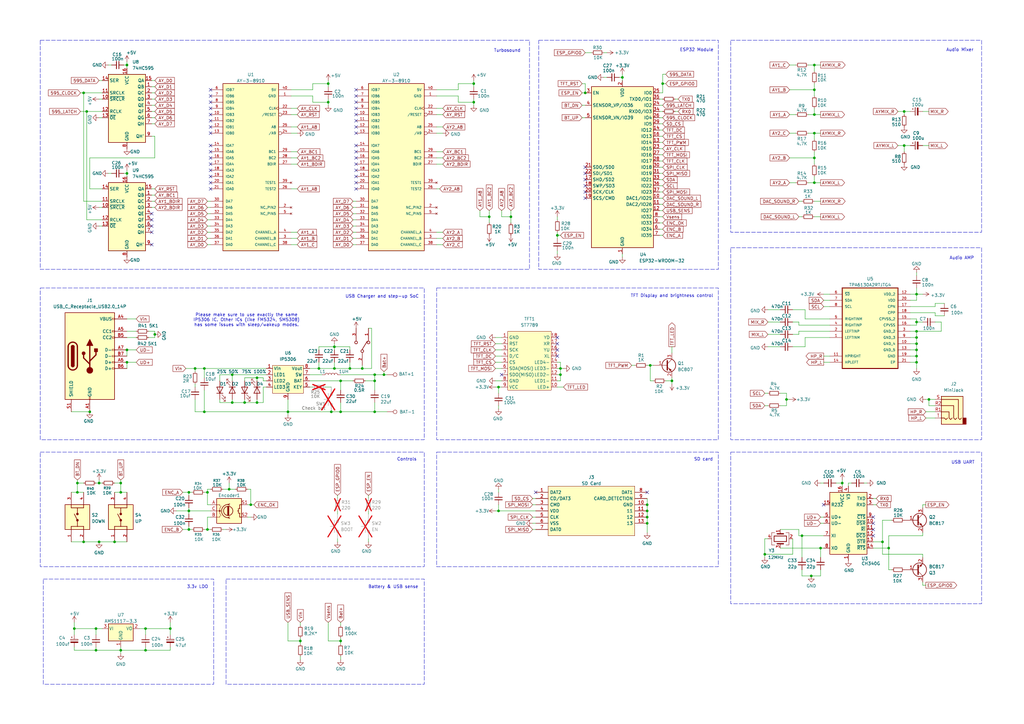
<source format=kicad_sch>
(kicad_sch (version 20250114) (generator "eeschema") (generator_version "9.0")
  (paper "A3")
  (title_block (title "ZxPod Player") (date "2025-04-10") (rev "C") (company "Spawn") (comment 2 "Spawn"))
  (rectangle (start 299.72 185.42) (end 402.59 247.65) (stroke (width 0) (type dash)))
  (rectangle (start 92.71 237.49) (end 173.99 280.67) (stroke (width 0) (type dash)))
  (rectangle (start 179.07 185.42) (end 294.64 232.41) (stroke (width 0) (type dash)))
  (rectangle (start 299.72 16.51) (end 402.59 95.25) (stroke (width 0) (type dash)))
  (rectangle (start 16.51 185.42) (end 173.99 232.41) (stroke (width 0) (type dash)))
  (rectangle (start 17.78 237.49) (end 87.63 280.67) (stroke (width 0) (type dash)))
  (rectangle (start 220.98 16.51) (end 294.64 110.49) (stroke (width 0) (type dash)))
  (rectangle (start 299.72 101.6) (end 402.59 180.34) (stroke (width 0) (type dash)))
  (rectangle (start 16.51 118.11) (end 173.99 180.34) (stroke (width 0) (type dash)))
  (rectangle (start 179.07 118.11) (end 294.64 180.34) (stroke (width 0) (type dash)))
  (rectangle (start 16.51 16.51) (end 217.17 110.49) (stroke (width 0) (type dash)))
  (text "Battery & USB sense" (at 161.29 240.792 0) (effects (font (size 1.27 1.27))))
  (text "TFT Display and brightness control" (at 275.59 121.412 0) (effects (font (size 1.27 1.27))))
  (text "ESP32 Module" (at 285.75 20.574 0) (effects (font (size 1.27 1.27))))
  (text "Please make sure to use exactly the same\nIP5306 IC. Other ICs (like FM5324, SM5308)\nhas some issues with sleep/wakeup modes." (at 101.092 131.318 0) (effects (font (size 1.27 1.27))))
  (text "SD card" (at 288.544 188.468 0) (effects (font (size 1.27 1.27))))
  (text "Turbosound" (at 208.026 20.828 0) (effects (font (size 1.27 1.27))))
  (text "Audio AMP" (at 394.462 105.918 0) (effects (font (size 1.27 1.27))))
  (text "USB UART" (at 394.97 189.738 0) (effects (font (size 1.27 1.27))))
  (text "USB Charger and step-up SoC" (at 156.718 121.666 0) (effects (font (size 1.27 1.27))))
  (text "3.3v LDO" (at 81.026 240.792 0) (effects (font (size 1.27 1.27))))
  (text "Controls" (at 166.878 188.468 0) (effects (font (size 1.27 1.27))))
  (text "Audio Mixer" (at 393.7 20.574 0) (effects (font (size 1.27 1.27))))
  (junction (at 266.7 149.86))
  (junction (at 153.67 153.67))
  (junction (at 31.75 201.93))
  (junction (at 31.75 198.12))
  (junction (at 123.19 262.89))
  (junction (at 228.6 96.52))
  (junction (at 153.67 168.91))
  (junction (at 93.98 200.66))
  (junction (at 134.62 34.29))
  (junction (at 52.07 26.67))
  (junction (at 271.78 34.29))
  (junction (at 139.7 262.89))
  (junction (at 265.43 209.55))
  (junction (at 134.62 41.91))
  (junction (at 334.01 64.77))
  (junction (at 85.09 217.17))
  (junction (at 46.99 222.25))
  (junction (at 265.43 214.63))
  (junction (at 200.66 88.9))
  (junction (at 322.58 163.83))
  (junction (at 39.37 257.81))
  (junction (at 334.01 74.93))
  (junction (at 375.92 140.97))
  (junction (at 381 163.83))
  (junction (at 100.33 165.1))
  (junction (at 135.89 168.91))
  (junction (at 194.31 41.91))
  (junction (at 139.7 156.21))
  (junction (at 49.53 266.7))
  (junction (at 334.01 46.99))
  (junction (at 77.47 209.55))
  (junction (at 194.31 34.29))
  (junction (at 52.07 143.51))
  (junction (at 148.59 151.13))
  (junction (at 95.25 153.67))
  (junction (at 80.01 151.13))
  (junction (at 334.01 36.83))
  (junction (at 137.16 151.13))
  (junction (at 375.92 146.05))
  (junction (at 334.01 54.61))
  (junction (at 63.5 137.16))
  (junction (at 83.82 151.13))
  (junction (at 375.92 143.51))
  (junction (at 370.84 59.69))
  (junction (at 255.27 31.75))
  (junction (at 240.03 38.1))
  (junction (at 30.48 257.81))
  (junction (at 34.29 222.25))
  (junction (at 370.84 45.72))
  (junction (at 345.44 198.12))
  (junction (at 105.41 165.1))
  (junction (at 139.7 168.91))
  (junction (at 95.25 165.1))
  (junction (at 143.51 151.13))
  (junction (at 364.49 224.79))
  (junction (at 40.64 198.12))
  (junction (at 69.85 257.81))
  (junction (at 34.29 38.1))
  (junction (at 52.07 148.59))
  (junction (at 265.43 207.01))
  (junction (at 153.67 156.21))
  (junction (at 204.47 209.55))
  (junction (at 204.47 158.75))
  (junction (at 375.92 132.08))
  (junction (at 35.56 45.72))
  (junction (at 52.07 71.12))
  (junction (at 105.41 154.94))
  (junction (at 137.16 142.24))
  (junction (at 77.47 217.17))
  (junction (at 375.92 148.59))
  (junction (at 157.48 153.67))
  (junction (at 49.53 201.93))
  (junction (at 39.37 266.7))
  (junction (at 49.53 198.12))
  (junction (at 209.55 88.9))
  (junction (at 334.01 26.67))
  (junction (at 59.69 266.7))
  (junction (at 265.43 212.09))
  (junction (at 36.83 168.91))
  (junction (at 229.87 151.13))
  (junction (at 328.93 219.71))
  (junction (at 275.59 156.21))
  (junction (at 118.11 168.91))
  (junction (at 229.87 153.67))
  (junction (at 59.69 257.81))
  (junction (at 336.55 224.79))
  (junction (at 313.69 227.33))
  (junction (at 375.92 135.89))
  (junction (at 361.95 222.25))
  (junction (at 83.82 168.91))
  (junction (at 102.87 207.01))
  (junction (at 375.92 138.43))
  (junction (at 130.81 151.13))
  (junction (at 77.47 201.93))
  (junction (at 85.09 201.93))
  (junction (at 375.92 120.65))
  (junction (at 40.64 222.25))
  (junction (at 332.74 236.22))
  (no_connect (at 358.14 212.09))
  (no_connect (at 146.05 49.53))
  (no_connect (at 146.05 74.93))
  (no_connect (at 240.03 76.2))
  (no_connect (at 146.05 62.23))
  (no_connect (at 146.05 59.69))
  (no_connect (at 62.23 100.33))
  (no_connect (at 205.74 153.67))
  (no_connect (at 62.23 95.25))
  (no_connect (at 228.6 143.51))
  (no_connect (at 337.82 207.01))
  (no_connect (at 228.6 146.05))
  (no_connect (at 146.05 67.31))
  (no_connect (at 146.05 39.37))
  (no_connect (at 358.14 214.63))
  (no_connect (at 358.14 219.71))
  (no_connect (at 240.03 78.74))
  (no_connect (at 86.36 72.39))
  (no_connect (at 86.36 36.83))
  (no_connect (at 86.36 69.85))
  (no_connect (at 86.36 77.47))
  (no_connect (at 86.36 74.93))
  (no_connect (at 86.36 67.31))
  (no_connect (at 86.36 64.77))
  (no_connect (at 86.36 62.23))
  (no_connect (at 86.36 59.69))
  (no_connect (at 86.36 52.07))
  (no_connect (at 86.36 49.53))
  (no_connect (at 86.36 54.61))
  (no_connect (at 86.36 46.99))
  (no_connect (at 86.36 39.37))
  (no_connect (at 86.36 44.45))
  (no_connect (at 86.36 41.91))
  (no_connect (at 240.03 71.12))
  (no_connect (at 240.03 68.58))
  (no_connect (at 146.05 54.61))
  (no_connect (at 146.05 64.77))
  (no_connect (at 240.03 81.28))
  (no_connect (at 146.05 69.85))
  (no_connect (at 358.14 217.17))
  (no_connect (at 62.23 92.71))
  (no_connect (at 228.6 138.43))
  (no_connect (at 146.05 36.83))
  (no_connect (at 146.05 46.99))
  (no_connect (at 146.05 41.91))
  (no_connect (at 219.71 201.93))
  (no_connect (at 265.43 201.93))
  (no_connect (at 146.05 44.45))
  (no_connect (at 228.6 140.97))
  (no_connect (at 146.05 77.47))
  (no_connect (at 146.05 72.39))
  (no_connect (at 62.23 87.63))
  (no_connect (at 146.05 52.07))
  (no_connect (at 240.03 73.66))
  (no_connect (at 62.23 90.17))
  (wire (pts (xy 218.44 217.17) (xy 219.71 217.17)))
  (wire (pts (xy 60.96 138.43) (xy 63.5 138.43)))
  (wire (pts (xy 153.67 153.67) (xy 157.48 153.67)))
  (wire (pts (xy 187.96 34.29) (xy 194.31 34.29)))
  (wire (pts (xy 370.84 45.72) (xy 370.84 46.99)))
  (wire (pts (xy 105.41 154.94) (xy 107.95 154.94)))
  (wire (pts (xy 328.93 236.22) (xy 332.74 236.22)))
  (wire (pts (xy 151.13 203.2) (xy 151.13 204.47)))
  (wire (pts (xy 49.53 196.85) (xy 49.53 198.12)))
  (wire (pts (xy 270.51 48.26) (xy 271.78 48.26)))
  (wire (pts (xy 373.38 59.69) (xy 370.84 59.69)))
  (wire (pts (xy 340.36 125.73) (xy 337.82 125.73)))
  (wire (pts (xy 375.92 148.59) (xy 373.38 148.59)))
  (wire (pts (xy 139.7 269.24) (xy 139.7 270.51)))
  (wire (pts (xy 320.04 217.17) (xy 327.66 217.17)))
  (wire (pts (xy 336.55 46.99) (xy 334.01 46.99)))
  (wire (pts (xy 228.6 151.13) (xy 229.87 151.13)))
  (wire (pts (xy 270.51 78.74) (xy 271.78 78.74)))
  (wire (pts (xy 119.38 36.83) (xy 128.27 36.83)))
  (wire (pts (xy 336.55 26.67) (xy 334.01 26.67)))
  (wire (pts (xy 275.59 142.24) (xy 275.59 144.78)))
  (wire (pts (xy 138.43 220.98) (xy 138.43 222.25)))
  (wire (pts (xy 72.39 209.55) (xy 77.47 209.55)))
  (wire (pts (xy 80.01 163.83) (xy 80.01 168.91)))
  (wire (pts (xy 265.43 209.55) (xy 265.43 212.09)))
  (wire (pts (xy 203.2 158.75) (xy 204.47 158.75)))
  (wire (pts (xy 194.31 43.18) (xy 194.31 41.91)))
  (wire (pts (xy 77.47 201.93) (xy 78.74 201.93)))
  (wire (pts (xy 373.38 130.81) (xy 375.92 130.81)))
  (wire (pts (xy 386.08 135.89) (xy 375.92 135.89)))
  (wire (pts (xy 134.62 34.29) (xy 134.62 33.02)))
  (wire (pts (xy 49.53 266.7) (xy 59.69 266.7)))
  (wire (pts (xy 60.96 135.89) (xy 63.5 135.89)))
  (wire (pts (xy 105.41 156.21) (xy 105.41 154.94)))
  (wire (pts (xy 83.82 151.13) (xy 83.82 154.94)))
  (wire (pts (xy 130.81 143.51) (xy 130.81 142.24)))
  (wire (pts (xy 271.78 38.1) (xy 270.51 38.1)))
  (wire (pts (xy 83.82 168.91) (xy 118.11 168.91)))
  (wire (pts (xy 59.69 257.81) (xy 59.69 260.35)))
  (wire (pts (xy 334.01 46.99) (xy 331.47 46.99)))
  (wire (pts (xy 187.96 36.83) (xy 187.96 34.29)))
  (wire (pts (xy 105.41 163.83) (xy 105.41 165.1)))
  (wire (pts (xy 179.07 54.61) (xy 181.61 54.61)))
  (wire (pts (xy 375.92 143.51) (xy 373.38 143.51)))
  (wire (pts (xy 127 156.21) (xy 139.7 156.21)))
  (wire (pts (xy 334.01 36.83) (xy 323.85 36.83)))
  (wire (pts (xy 266.7 149.86) (xy 267.97 149.86)))
  (wire (pts (xy 179.07 44.45) (xy 181.61 44.45)))
  (wire (pts (xy 109.22 153.67) (xy 95.25 153.67)))
  (wire (pts (xy 69.85 255.27) (xy 69.85 257.81)))
  (wire (pts (xy 128.27 36.83) (xy 128.27 34.29)))
  (wire (pts (xy 85.09 207.01) (xy 86.36 207.01)))
  (wire (pts (xy 330.2 142.24) (xy 325.12 142.24)))
  (wire (pts (xy 107.95 158.75) (xy 109.22 158.75)))
  (wire (pts (xy 40.64 33.02) (xy 41.91 33.02)))
  (wire (pts (xy 118.11 262.89) (xy 123.19 262.89)))
  (wire (pts (xy 254 31.75) (xy 255.27 31.75)))
  (wire (pts (xy 334.01 67.31) (xy 334.01 64.77)))
  (wire (pts (xy 271.78 30.48) (xy 273.05 30.48)))
  (wire (pts (xy 59.69 266.7) (xy 69.85 266.7)))
  (wire (pts (xy 144.78 90.17) (xy 146.05 90.17)))
  (wire (pts (xy 52.07 143.51) (xy 55.88 143.51)))
  (wire (pts (xy 270.51 83.82) (xy 271.78 83.82)))
  (wire (pts (xy 179.07 95.25) (xy 181.61 95.25)))
  (wire (pts (xy 34.29 222.25) (xy 40.64 222.25)))
  (wire (pts (xy 127 158.75) (xy 128.27 158.75)))
  (wire (pts (xy 105.41 165.1) (xy 107.95 165.1)))
  (wire (pts (xy 62.23 38.1) (xy 63.5 38.1)))
  (wire (pts (xy 128.27 39.37) (xy 128.27 41.91)))
  (wire (pts (xy 205.74 88.9) (xy 209.55 88.9)))
  (wire (pts (xy 77.47 217.17) (xy 78.74 217.17)))
  (wire (pts (xy 373.38 45.72) (xy 370.84 45.72)))
  (wire (pts (xy 148.59 149.86) (xy 148.59 151.13)))
  (wire (pts (xy 330.2 138.43) (xy 330.2 142.24)))
  (wire (pts (xy 101.6 212.09) (xy 102.87 212.09)))
  (wire (pts (xy 228.6 156.21) (xy 229.87 156.21)))
  (wire (pts (xy 242.57 21.59) (xy 240.03 21.59)))
  (wire (pts (xy 62.23 85.09) (xy 63.5 85.09)))
  (wire (pts (xy 76.2 151.13) (xy 80.01 151.13)))
  (wire (pts (xy 368.3 45.72) (xy 370.84 45.72)))
  (wire (pts (xy 358.14 222.25) (xy 361.95 222.25)))
  (wire (pts (xy 383.54 129.54) (xy 387.35 129.54)))
  (wire (pts (xy 40.64 198.12) (xy 39.37 198.12)))
  (wire (pts (xy 270.51 45.72) (xy 271.78 45.72)))
  (wire (pts (xy 95.25 153.67) (xy 95.25 156.21)))
  (wire (pts (xy 383.54 125.73) (xy 373.38 125.73)))
  (wire (pts (xy 326.39 26.67) (xy 323.85 26.67)))
  (wire (pts (xy 204.47 166.37) (xy 204.47 167.64)))
  (wire (pts (xy 275.59 156.21) (xy 275.59 157.48)))
  (wire (pts (xy 36.83 64.77) (xy 36.83 77.47)))
  (wire (pts (xy 375.92 133.35) (xy 375.92 132.08)))
  (wire (pts (xy 130.81 142.24) (xy 137.16 142.24)))
  (wire (pts (xy 52.07 148.59) (xy 55.88 148.59)))
  (wire (pts (xy 336.55 236.22) (xy 332.74 236.22)))
  (wire (pts (xy 187.96 39.37) (xy 187.96 41.91)))
  (wire (pts (xy 375.92 118.11) (xy 375.92 120.65)))
  (wire (pts (xy 240.03 34.29) (xy 240.03 38.1)))
  (wire (pts (xy 336.55 88.9) (xy 334.01 88.9)))
  (wire (pts (xy 179.07 36.83) (xy 187.96 36.83)))
  (wire (pts (xy 229.87 151.13) (xy 231.14 151.13)))
  (wire (pts (xy 228.6 102.87) (xy 228.6 104.14)))
  (wire (pts (xy 130.81 151.13) (xy 137.16 151.13)))
  (wire (pts (xy 378.46 120.65) (xy 375.92 120.65)))
  (wire (pts (xy 151.13 209.55) (xy 151.13 210.82)))
  (wire (pts (xy 375.92 138.43) (xy 375.92 140.97)))
  (wire (pts (xy 270.51 66.04) (xy 271.78 66.04)))
  (wire (pts (xy 93.98 200.66) (xy 93.98 198.12)))
  (wire (pts (xy 144.78 85.09) (xy 146.05 85.09)))
  (wire (pts (xy 327.66 135.89) (xy 327.66 137.16)))
  (wire (pts (xy 361.95 227.33) (xy 378.46 227.33)))
  (wire (pts (xy 90.17 165.1) (xy 95.25 165.1)))
  (wire (pts (xy 330.2 130.81) (xy 330.2 127)))
  (wire (pts (xy 375.92 146.05) (xy 373.38 146.05)))
  (wire (pts (xy 271.78 34.29) (xy 271.78 30.48)))
  (wire (pts (xy 33.02 38.1) (xy 34.29 38.1)))
  (wire (pts (xy 238.76 48.26) (xy 240.03 48.26)))
  (wire (pts (xy 85.09 100.33) (xy 86.36 100.33)))
  (wire (pts (xy 179.07 77.47) (xy 180.34 77.47)))
  (wire (pts (xy 325.12 227.33) (xy 313.69 227.33)))
  (wire (pts (xy 119.38 54.61) (xy 121.92 54.61)))
  (wire (pts (xy 149.86 156.21) (xy 153.67 156.21)))
  (wire (pts (xy 31.75 198.12) (xy 31.75 201.93)))
  (wire (pts (xy 119.38 100.33) (xy 121.92 100.33)))
  (wire (pts (xy 119.38 95.25) (xy 121.92 95.25)))
  (wire (pts (xy 320.04 142.24) (xy 314.96 142.24)))
  (wire (pts (xy 204.47 158.75) (xy 205.74 158.75)))
  (wire (pts (xy 52.07 130.81) (xy 55.88 130.81)))
  (wire (pts (xy 63.5 64.77) (xy 36.83 64.77)))
  (wire (pts (xy 119.38 62.23) (xy 121.92 62.23)))
  (wire (pts (xy 326.39 46.99) (xy 323.85 46.99)))
  (wire (pts (xy 381 163.83) (xy 379.73 163.83)))
  (wire (pts (xy 31.75 201.93) (xy 34.29 201.93)))
  (wire (pts (xy 267.97 156.21) (xy 266.7 156.21)))
  (wire (pts (xy 259.08 149.86) (xy 260.35 149.86)))
  (wire (pts (xy 74.93 201.93) (xy 77.47 201.93)))
  (wire (pts (xy 187.96 41.91) (xy 194.31 41.91)))
  (wire (pts (xy 327.66 132.08) (xy 325.12 132.08)))
  (wire (pts (xy 143.51 143.51) (xy 143.51 142.24)))
  (wire (pts (xy 275.59 154.94) (xy 275.59 156.21)))
  (wire (pts (xy 100.33 163.83) (xy 100.33 165.1)))
  (wire (pts (xy 238.76 38.1) (xy 240.03 38.1)))
  (wire (pts (xy 379.73 207.01) (xy 378.46 207.01)))
  (wire (pts (xy 336.55 214.63) (xy 337.82 214.63)))
  (wire (pts (xy 144.78 87.63) (xy 146.05 87.63)))
  (wire (pts (xy 139.7 153.67) (xy 153.67 153.67)))
  (wire (pts (xy 238.76 34.29) (xy 240.03 34.29)))
  (wire (pts (xy 44.45 71.12) (xy 45.72 71.12)))
  (wire (pts (xy 134.62 255.27) (xy 134.62 262.89)))
  (wire (pts (xy 375.92 140.97) (xy 375.92 143.51)))
  (wire (pts (xy 85.09 95.25) (xy 86.36 95.25)))
  (wire (pts (xy 209.55 88.9) (xy 209.55 86.36)))
  (wire (pts (xy 340.36 146.05) (xy 337.82 146.05)))
  (wire (pts (xy 334.01 46.99) (xy 334.01 44.45)))
  (wire (pts (xy 378.46 240.03) (xy 379.73 240.03)))
  (wire (pts (xy 33.02 45.72) (xy 35.56 45.72)))
  (wire (pts (xy 203.2 138.43) (xy 205.74 138.43)))
  (wire (pts (xy 46.99 201.93) (xy 49.53 201.93)))
  (wire (pts (xy 247.65 31.75) (xy 248.92 31.75)))
  (wire (pts (xy 200.66 88.9) (xy 200.66 91.44)))
  (wire (pts (xy 200.66 88.9) (xy 200.66 86.36)))
  (wire (pts (xy 218.44 212.09) (xy 219.71 212.09)))
  (wire (pts (xy 86.36 200.66) (xy 85.09 200.66)))
  (wire (pts (xy 383.54 163.83) (xy 381 163.83)))
  (wire (pts (xy 35.56 90.17) (xy 41.91 90.17)))
  (wire (pts (xy 320.04 224.79) (xy 336.55 224.79)))
  (wire (pts (xy 127 151.13) (xy 130.81 151.13)))
  (wire (pts (xy 102.87 207.01) (xy 102.87 200.66)))
  (wire (pts (xy 347.98 198.12) (xy 349.25 198.12)))
  (wire (pts (xy 144.78 95.25) (xy 146.05 95.25)))
  (wire (pts (xy 340.36 148.59) (xy 337.82 148.59)))
  (wire (pts (xy 151.13 134.62) (xy 152.4 134.62)))
  (wire (pts (xy 135.89 168.91) (xy 139.7 168.91)))
  (wire (pts (xy 85.09 212.09) (xy 86.36 212.09)))
  (wire (pts (xy 107.95 156.21) (xy 107.95 154.94)))
  (wire (pts (xy 326.39 74.93) (xy 323.85 74.93)))
  (wire (pts (xy 270.51 88.9) (xy 271.78 88.9)))
  (wire (pts (xy 40.64 85.09) (xy 41.91 85.09)))
  (wire (pts (xy 327.66 88.9) (xy 328.93 88.9)))
  (wire (pts (xy 375.92 148.59) (xy 375.92 151.13)))
  (wire (pts (xy 313.69 228.6) (xy 313.69 227.33)))
  (wire (pts (xy 107.95 158.75) (xy 107.95 165.1)))
  (wire (pts (xy 375.92 111.76) (xy 375.92 113.03)))
  (wire (pts (xy 270.51 53.34) (xy 271.78 53.34)))
  (wire (pts (xy 179.07 64.77) (xy 181.61 64.77)))
  (wire (pts (xy 139.7 255.27) (xy 139.7 256.54)))
  (wire (pts (xy 370.84 59.69) (xy 370.84 62.23)))
  (wire (pts (xy 375.92 132.08) (xy 378.46 132.08)))
  (wire (pts (xy 69.85 265.43) (xy 69.85 266.7)))
  (wire (pts (xy 90.17 153.67) (xy 90.17 156.21)))
  (wire (pts (xy 203.2 140.97) (xy 205.74 140.97)))
  (wire (pts (xy 203.2 151.13) (xy 205.74 151.13)))
  (wire (pts (xy 381 45.72) (xy 378.46 45.72)))
  (wire (pts (xy 365.76 213.36) (xy 361.95 213.36)))
  (wire (pts (xy 90.17 163.83) (xy 90.17 165.1)))
  (wire (pts (xy 364.49 233.68) (xy 364.49 224.79)))
  (wire (pts (xy 270.51 43.18) (xy 271.78 43.18)))
  (wire (pts (xy 77.47 215.9) (xy 77.47 217.17)))
  (wire (pts (xy 119.38 39.37) (xy 128.27 39.37)))
  (wire (pts (xy 194.31 34.29) (xy 194.31 33.02)))
  (wire (pts (xy 152.4 151.13) (xy 148.59 151.13)))
  (wire (pts (xy 320.04 166.37) (xy 322.58 166.37)))
  (wire (pts (xy 270.51 81.28) (xy 271.78 81.28)))
  (wire (pts (xy 102.87 200.66) (xy 101.6 200.66)))
  (wire (pts (xy 327.66 137.16) (xy 325.12 137.16)))
  (wire (pts (xy 334.01 26.67) (xy 334.01 29.21)))
  (wire (pts (xy 330.2 127) (xy 325.12 127)))
  (wire (pts (xy 229.87 151.13) (xy 229.87 153.67)))
  (wire (pts (xy 373.38 128.27) (xy 383.54 128.27)))
  (wire (pts (xy 85.09 82.55) (xy 86.36 82.55)))
  (wire (pts (xy 63.5 135.89) (xy 63.5 137.16)))
  (wire (pts (xy 77.47 209.55) (xy 77.47 210.82)))
  (wire (pts (xy 46.99 222.25) (xy 52.07 222.25)))
  (wire (pts (xy 270.51 55.88) (xy 271.78 55.88)))
  (wire (pts (xy 218.44 207.01) (xy 219.71 207.01)))
  (wire (pts (xy 153.67 156.21) (xy 153.67 160.02)))
  (wire (pts (xy 39.37 265.43) (xy 39.37 266.7)))
  (wire (pts (xy 373.38 123.19) (xy 375.92 123.19)))
  (wire (pts (xy 378.46 207.01) (xy 378.46 208.28)))
  (wire (pts (xy 119.38 44.45) (xy 121.92 44.45)))
  (wire (pts (xy 334.01 26.67) (xy 331.47 26.67)))
  (wire (pts (xy 342.9 198.12) (xy 345.44 198.12)))
  (wire (pts (xy 194.31 35.56) (xy 194.31 34.29)))
  (wire (pts (xy 35.56 45.72) (xy 35.56 90.17)))
  (wire (pts (xy 336.55 74.93) (xy 334.01 74.93)))
  (wire (pts (xy 139.7 262.89) (xy 139.7 264.16)))
  (wire (pts (xy 364.49 224.79) (xy 364.49 219.71)))
  (wire (pts (xy 119.38 46.99) (xy 121.92 46.99)))
  (wire (pts (xy 276.86 45.72) (xy 278.13 45.72)))
  (wire (pts (xy 62.23 43.18) (xy 63.5 43.18)))
  (wire (pts (xy 270.51 50.8) (xy 271.78 50.8)))
  (wire (pts (xy 345.44 196.85) (xy 345.44 198.12)))
  (wire (pts (xy 80.01 151.13) (xy 80.01 152.4)))
  (wire (pts (xy 200.66 88.9) (xy 196.85 88.9)))
  (wire (pts (xy 340.36 120.65) (xy 337.82 120.65)))
  (wire (pts (xy 334.01 34.29) (xy 334.01 36.83)))
  (wire (pts (xy 179.07 67.31) (xy 181.61 67.31)))
  (wire (pts (xy 320.04 137.16) (xy 314.96 137.16)))
  (wire (pts (xy 62.23 33.02) (xy 63.5 33.02)))
  (wire (pts (xy 375.92 120.65) (xy 375.92 123.19)))
  (wire (pts (xy 133.35 158.75) (xy 135.89 158.75)))
  (wire (pts (xy 375.92 146.05) (xy 375.92 148.59)))
  (wire (pts (xy 123.19 270.51) (xy 123.19 269.24)))
  (wire (pts (xy 46.99 198.12) (xy 49.53 198.12)))
  (wire (pts (xy 383.54 171.45) (xy 379.73 171.45)))
  (wire (pts (xy 313.69 227.33) (xy 313.69 220.98)))
  (wire (pts (xy 368.3 59.69) (xy 370.84 59.69)))
  (wire (pts (xy 158.75 168.91) (xy 153.67 168.91)))
  (wire (pts (xy 340.36 138.43) (xy 330.2 138.43)))
  (wire (pts (xy 91.44 217.17) (xy 92.71 217.17)))
  (wire (pts (xy 85.09 97.79) (xy 86.36 97.79)))
  (wire (pts (xy 40.64 198.12) (xy 41.91 198.12)))
  (wire (pts (xy 196.85 86.36) (xy 196.85 88.9)))
  (wire (pts (xy 119.38 52.07) (xy 121.92 52.07)))
  (wire (pts (xy 373.38 135.89) (xy 375.92 135.89)))
  (wire (pts (xy 179.07 52.07) (xy 181.61 52.07)))
  (wire (pts (xy 80.01 168.91) (xy 83.82 168.91)))
  (wire (pts (xy 138.43 209.55) (xy 138.43 210.82)))
  (wire (pts (xy 336.55 54.61) (xy 334.01 54.61)))
  (wire (pts (xy 100.33 156.21) (xy 100.33 154.94)))
  (wire (pts (xy 49.53 198.12) (xy 49.53 201.93)))
  (wire (pts (xy 229.87 156.21) (xy 229.87 153.67)))
  (wire (pts (xy 340.36 123.19) (xy 337.82 123.19)))
  (wire (pts (xy 137.16 148.59) (xy 137.16 151.13)))
  (wire (pts (xy 153.67 165.1) (xy 153.67 168.91)))
  (wire (pts (xy 29.21 168.91) (xy 36.83 168.91)))
  (wire (pts (xy 62.23 82.55) (xy 63.5 82.55)))
  (wire (pts (xy 228.6 158.75) (xy 231.14 158.75)))
  (wire (pts (xy 30.48 257.81) (xy 30.48 260.35)))
  (wire (pts (xy 204.47 209.55) (xy 219.71 209.55)))
  (wire (pts (xy 265.43 212.09) (xy 265.43 214.63)))
  (wire (pts (xy 143.51 148.59) (xy 143.51 151.13)))
  (wire (pts (xy 34.29 38.1) (xy 34.29 82.55)))
  (wire (pts (xy 139.7 165.1) (xy 139.7 168.91)))
  (wire (pts (xy 31.75 198.12) (xy 34.29 198.12)))
  (wire (pts (xy 123.19 262.89) (xy 123.19 264.16)))
  (wire (pts (xy 334.01 39.37) (xy 334.01 36.83)))
  (wire (pts (xy 323.85 163.83) (xy 322.58 163.83)))
  (wire (pts (xy 358.14 207.01) (xy 359.41 207.01)))
  (wire (pts (xy 62.23 48.26) (xy 63.5 48.26)))
  (wire (pts (xy 59.69 265.43) (xy 59.69 266.7)))
  (wire (pts (xy 209.55 88.9) (xy 209.55 91.44)))
  (wire (pts (xy 273.05 156.21) (xy 275.59 156.21)))
  (wire (pts (xy 40.64 40.64) (xy 41.91 40.64)))
  (wire (pts (xy 270.51 93.98) (xy 271.78 93.98)))
  (wire (pts (xy 85.09 201.93) (xy 85.09 207.01)))
  (wire (pts (xy 270.51 91.44) (xy 271.78 91.44)))
  (wire (pts (xy 134.62 35.56) (xy 134.62 34.29)))
  (wire (pts (xy 179.07 62.23) (xy 181.61 62.23)))
  (wire (pts (xy 77.47 208.28) (xy 77.47 209.55)))
  (wire (pts (xy 383.54 168.91) (xy 379.73 168.91)))
  (wire (pts (xy 134.62 41.91) (xy 134.62 40.64)))
  (wire (pts (xy 270.51 68.58) (xy 271.78 68.58)))
  (wire (pts (xy 85.09 217.17) (xy 85.09 212.09)))
  (wire (pts (xy 340.36 133.35) (xy 327.66 133.35)))
  (wire (pts (xy 336.55 224.79) (xy 337.82 224.79)))
  (wire (pts (xy 378.46 219.71) (xy 378.46 218.44)))
  (wire (pts (xy 327.66 219.71) (xy 328.93 219.71)))
  (wire (pts (xy 134.62 43.18) (xy 134.62 41.91)))
  (wire (pts (xy 144.78 100.33) (xy 146.05 100.33)))
  (wire (pts (xy 100.33 154.94) (xy 105.41 154.94)))
  (wire (pts (xy 52.07 148.59) (xy 52.07 151.13)))
  (wire (pts (xy 138.43 203.2) (xy 138.43 204.47)))
  (wire (pts (xy 228.6 96.52) (xy 228.6 97.79)))
  (wire (pts (xy 320.04 161.29) (xy 322.58 161.29)))
  (wire (pts (xy 378.46 227.33) (xy 378.46 228.6)))
  (wire (pts (xy 270.51 73.66) (xy 271.78 73.66)))
  (wire (pts (xy 34.29 82.55) (xy 41.91 82.55)))
  (wire (pts (xy 265.43 207.01) (xy 265.43 209.55)))
  (wire (pts (xy 276.86 40.64) (xy 278.13 40.64)))
  (wire (pts (xy 91.44 200.66) (xy 93.98 200.66)))
  (wire (pts (xy 41.91 38.1) (xy 34.29 38.1)))
  (wire (pts (xy 255.27 104.14) (xy 255.27 105.41)))
  (wire (pts (xy 123.19 256.54) (xy 123.19 255.27)))
  (wire (pts (xy 74.93 217.17) (xy 77.47 217.17)))
  (wire (pts (xy 85.09 85.09) (xy 86.36 85.09)))
  (wire (pts (xy 270.51 86.36) (xy 271.78 86.36)))
  (wire (pts (xy 80.01 157.48) (xy 80.01 158.75)))
  (wire (pts (xy 229.87 148.59) (xy 229.87 151.13)))
  (wire (pts (xy 85.09 90.17) (xy 86.36 90.17)))
  (wire (pts (xy 83.82 201.93) (xy 85.09 201.93)))
  (wire (pts (xy 228.6 148.59) (xy 229.87 148.59)))
  (wire (pts (xy 255.27 30.48) (xy 255.27 31.75)))
  (wire (pts (xy 153.67 156.21) (xy 153.67 153.67)))
  (wire (pts (xy 334.01 74.93) (xy 331.47 74.93)))
  (wire (pts (xy 238.76 43.18) (xy 240.03 43.18)))
  (wire (pts (xy 313.69 220.98) (xy 314.96 220.98)))
  (wire (pts (xy 383.54 124.46) (xy 383.54 125.73)))
  (wire (pts (xy 205.74 86.36) (xy 205.74 88.9)))
  (wire (pts (xy 203.2 143.51) (xy 205.74 143.51)))
  (wire (pts (xy 52.07 135.89) (xy 55.88 135.89)))
  (wire (pts (xy 139.7 168.91) (xy 153.67 168.91)))
  (wire (pts (xy 139.7 156.21) (xy 144.78 156.21)))
  (wire (pts (xy 334.01 64.77) (xy 323.85 64.77)))
  (wire (pts (xy 49.53 265.43) (xy 49.53 266.7)))
  (wire (pts (xy 327.66 133.35) (xy 327.66 132.08)))
  (wire (pts (xy 322.58 161.29) (xy 322.58 163.83)))
  (wire (pts (xy 265.43 149.86) (xy 266.7 149.86)))
  (wire (pts (xy 347.98 199.39) (xy 347.98 198.12)))
  (wire (pts (xy 375.92 138.43) (xy 373.38 138.43)))
  (wire (pts (xy 340.36 135.89) (xy 327.66 135.89)))
  (wire (pts (xy 101.6 207.01) (xy 102.87 207.01)))
  (wire (pts (xy 203.2 146.05) (xy 205.74 146.05)))
  (wire (pts (xy 179.07 100.33) (xy 181.61 100.33)))
  (wire (pts (xy 381 59.69) (xy 378.46 59.69)))
  (wire (pts (xy 387.35 124.46) (xy 383.54 124.46)))
  (wire (pts (xy 109.22 156.21) (xy 107.95 156.21)))
  (wire (pts (xy 119.38 67.31) (xy 121.92 67.31)))
  (wire (pts (xy 119.38 64.77) (xy 121.92 64.77)))
  (wire (pts (xy 345.44 198.12) (xy 345.44 199.39)))
  (wire (pts (xy 270.51 71.12) (xy 271.78 71.12)))
  (wire (pts (xy 62.23 45.72) (xy 63.5 45.72)))
  (wire (pts (xy 386.08 132.08) (xy 386.08 135.89)))
  (wire (pts (xy 83.82 160.02) (xy 83.82 168.91)))
  (wire (pts (xy 361.95 222.25) (xy 361.95 227.33)))
  (wire (pts (xy 328.93 219.71) (xy 328.93 228.6)))
  (wire (pts (xy 361.95 213.36) (xy 361.95 222.25)))
  (wire (pts (xy 381 166.37) (xy 381 163.83)))
  (wire (pts (xy 326.39 54.61) (xy 323.85 54.61)))
  (wire (pts (xy 270.51 60.96) (xy 271.78 60.96)))
  (wire (pts (xy 271.78 34.29) (xy 273.05 34.29)))
  (wire (pts (xy 314.96 161.29) (xy 313.69 161.29)))
  (wire (pts (xy 373.38 120.65) (xy 375.92 120.65)))
  (wire (pts (xy 118.11 168.91) (xy 118.11 170.18)))
  (wire (pts (xy 265.43 204.47) (xy 265.43 207.01)))
  (wire (pts (xy 139.7 156.21) (xy 139.7 160.02)))
  (wire (pts (xy 354.33 198.12) (xy 355.6 198.12)))
  (wire (pts (xy 266.7 149.86) (xy 266.7 156.21)))
  (wire (pts (xy 255.27 31.75) (xy 255.27 33.02)))
  (wire (pts (xy 93.98 200.66) (xy 96.52 200.66)))
  (wire (pts (xy 373.38 133.35) (xy 375.92 133.35)))
  (wire (pts (xy 63.5 55.88) (xy 63.5 64.77)))
  (wire (pts (xy 157.48 152.4) (xy 157.48 153.67)))
  (wire (pts (xy 270.51 76.2) (xy 271.78 76.2)))
  (wire (pts (xy 270.51 58.42) (xy 271.78 58.42)))
  (wire (pts (xy 248.92 21.59) (xy 247.65 21.59)))
  (wire (pts (xy 119.38 97.79) (xy 121.92 97.79)))
  (wire (pts (xy 62.23 35.56) (xy 63.5 35.56)))
  (wire (pts (xy 143.51 151.13) (xy 148.59 151.13)))
  (wire (pts (xy 320.04 132.08) (xy 314.96 132.08)))
  (wire (pts (xy 77.47 203.2) (xy 77.47 201.93)))
  (wire (pts (xy 336.55 212.09) (xy 337.82 212.09)))
  (wire (pts (xy 152.4 134.62) (xy 152.4 151.13)))
  (wire (pts (xy 375.92 143.51) (xy 375.92 146.05)))
  (wire (pts (xy 358.14 224.79) (xy 364.49 224.79)))
  (wire (pts (xy 203.2 156.21) (xy 205.74 156.21)))
  (wire (pts (xy 52.07 71.12) (xy 52.07 72.39)))
  (wire (pts (xy 270.51 40.64) (xy 271.78 40.64)))
  (wire (pts (xy 95.25 153.67) (xy 90.17 153.67)))
  (wire (pts (xy 52.07 25.4) (xy 52.07 26.67)))
  (wire (pts (xy 204.47 207.01) (xy 204.47 209.55)))
  (wire (pts (xy 52.07 201.93) (xy 49.53 201.93)))
  (wire (pts (xy 59.69 257.81) (xy 57.15 257.81)))
  (wire (pts (xy 340.36 130.81) (xy 330.2 130.81)))
  (wire (pts (xy 179.07 46.99) (xy 181.61 46.99)))
  (wire (pts (xy 80.01 151.13) (xy 83.82 151.13)))
  (wire (pts (xy 69.85 260.35) (xy 69.85 257.81)))
  (wire (pts (xy 204.47 158.75) (xy 204.47 161.29)))
  (wire (pts (xy 375.92 135.89) (xy 375.92 138.43)))
  (wire (pts (xy 219.71 214.63) (xy 218.44 214.63)))
  (wire (pts (xy 39.37 257.81) (xy 39.37 260.35)))
  (wire (pts (xy 50.8 26.67) (xy 52.07 26.67)))
  (wire (pts (xy 95.25 165.1) (xy 100.33 165.1)))
  (wire (pts (xy 137.16 142.24) (xy 137.16 143.51)))
  (wire (pts (xy 337.82 198.12) (xy 336.55 198.12)))
  (wire (pts (xy 83.82 217.17) (xy 85.09 217.17)))
  (wire (pts (xy 194.31 41.91) (xy 194.31 40.64)))
  (wire (pts (xy 40.64 196.85) (xy 40.64 198.12)))
  (wire (pts (xy 39.37 257.81) (xy 41.91 257.81)))
  (wire (pts (xy 62.23 77.47) (xy 63.5 77.47)))
  (wire (pts (xy 334.01 54.61) (xy 334.01 57.15)))
  (wire (pts (xy 102.87 207.01) (xy 104.14 207.01)))
  (wire (pts (xy 123.19 261.62) (xy 123.19 262.89)))
  (wire (pts (xy 179.07 97.79) (xy 181.61 97.79)))
  (wire (pts (xy 325.12 220.98) (xy 325.12 227.33)))
  (wire (pts (xy 62.23 80.01) (xy 63.5 80.01)))
  (wire (pts (xy 383.54 132.08) (xy 386.08 132.08)))
  (wire (pts (xy 320.04 127) (xy 314.96 127)))
  (wire (pts (xy 29.21 201.93) (xy 31.75 201.93)))
  (wire (pts (xy 128.27 34.29) (xy 134.62 34.29)))
  (wire (pts (xy 62.23 50.8) (xy 63.5 50.8)))
  (wire (pts (xy 62.23 55.88) (xy 63.5 55.88)))
  (wire (pts (xy 40.64 92.71) (xy 41.91 92.71)))
  (wire (pts (xy 334.01 62.23) (xy 334.01 64.77)))
  (wire (pts (xy 30.48 257.81) (xy 39.37 257.81)))
  (wire (pts (xy 118.11 255.27) (xy 118.11 262.89)))
  (wire (pts (xy 158.75 153.67) (xy 157.48 153.67)))
  (wire (pts (xy 228.6 153.67) (xy 229.87 153.67)))
  (wire (pts (xy 36.83 77.47) (xy 41.91 77.47)))
  (wire (pts (xy 322.58 166.37) (xy 322.58 163.83)))
  (wire (pts (xy 52.07 26.67) (xy 52.07 27.94)))
  (wire (pts (xy 30.48 255.27) (xy 30.48 257.81)))
  (wire (pts (xy 203.2 148.59) (xy 205.74 148.59)))
  (wire (pts (xy 30.48 265.43) (xy 30.48 266.7)))
  (wire (pts (xy 85.09 87.63) (xy 86.36 87.63)))
  (wire (pts (xy 179.07 39.37) (xy 187.96 39.37)))
  (wire (pts (xy 328.93 82.55) (xy 327.66 82.55)))
  (wire (pts (xy 62.23 40.64) (xy 63.5 40.64)))
  (wire (pts (xy 128.27 41.91) (xy 134.62 41.91)))
  (wire (pts (xy 228.6 88.9) (xy 228.6 90.17)))
  (wire (pts (xy 144.78 92.71) (xy 146.05 92.71)))
  (wire (pts (xy 44.45 26.67) (xy 45.72 26.67)))
  (wire (pts (xy 85.09 92.71) (xy 86.36 92.71)))
  (wire (pts (xy 228.6 95.25) (xy 228.6 96.52)))
  (wire (pts (xy 77.47 209.55) (xy 86.36 209.55)))
  (wire (pts (xy 40.64 222.25) (xy 46.99 222.25)))
  (wire (pts (xy 130.81 148.59) (xy 130.81 151.13)))
  (wire (pts (xy 63.5 138.43) (xy 63.5 137.16)))
  (wire (pts (xy 270.51 96.52) (xy 271.78 96.52)))
  (wire (pts (xy 271.78 38.1) (xy 271.78 34.29)))
  (wire (pts (xy 364.49 219.71) (xy 378.46 219.71)))
  (wire (pts (xy 139.7 261.62) (xy 139.7 262.89)))
  (wire (pts (xy 30.48 266.7) (xy 39.37 266.7)))
  (wire (pts (xy 144.78 97.79) (xy 146.05 97.79)))
  (wire (pts (xy 336.55 233.68) (xy 336.55 236.22)))
  (wire (pts (xy 383.54 128.27) (xy 383.54 129.54)))
  (wire (pts (xy 69.85 257.81) (xy 59.69 257.81)))
  (wire (pts (xy 334.01 54.61) (xy 331.47 54.61)))
  (wire (pts (xy 314.96 166.37) (xy 313.69 166.37)))
  (wire (pts (xy 39.37 266.7) (xy 49.53 266.7)))
  (wire (pts (xy 364.49 233.68) (xy 365.76 233.68)))
  (wire (pts (xy 336.55 224.79) (xy 336.55 228.6)))
  (wire (pts (xy 265.43 214.63) (xy 265.43 218.44)))
  (wire (pts (xy 218.44 204.47) (xy 219.71 204.47)))
  (wire (pts (xy 83.82 151.13) (xy 109.22 151.13)))
  (wire (pts (xy 40.64 48.26) (xy 41.91 48.26)))
  (wire (pts (xy 378.46 238.76) (xy 378.46 240.03)))
  (wire (pts (xy 41.91 45.72) (xy 35.56 45.72)))
  (wire (pts (xy 328.93 233.68) (xy 328.93 236.22)))
  (wire (pts (xy 118.11 163.83) (xy 118.11 168.91)))
  (wire (pts (xy 328.93 219.71) (xy 337.82 219.71)))
  (wire (pts (xy 383.54 166.37) (xy 381 166.37)))
  (wire (pts (xy 49.53 266.7) (xy 49.53 267.97)))
  (wire (pts (xy 52.07 69.85) (xy 52.07 71.12)))
  (wire (pts (xy 358.14 204.47) (xy 359.41 204.47)))
  (wire (pts (xy 327.66 217.17) (xy 327.66 219.71)))
  (wire (pts (xy 203.2 209.55) (xy 204.47 209.55)))
  (wire (pts (xy 100.33 165.1) (xy 105.41 165.1)))
  (wire (pts (xy 119.38 77.47) (xy 121.92 77.47)))
  (wire (pts (xy 85.09 200.66) (xy 85.09 201.93)))
  (wire (pts (xy 95.25 163.83) (xy 95.25 165.1)))
  (wire (pts (xy 118.11 168.91) (xy 135.89 168.91)))
  (wire (pts (xy 375.92 130.81) (xy 375.92 132.08)))
  (wire (pts (xy 137.16 142.24) (xy 137.16 140.97)))
  (wire (pts (xy 86.36 217.17) (xy 85.09 217.17)))
  (wire (pts (xy 144.78 82.55) (xy 146.05 82.55)))
  (wire (pts (xy 50.8 71.12) (xy 52.07 71.12)))
  (wire (pts (xy 137.16 151.13) (xy 143.51 151.13)))
  (wire (pts (xy 127 153.67) (xy 132.08 153.67)))
  (wire (pts (xy 31.75 196.85) (xy 31.75 198.12)))
  (wire (pts (xy 204.47 201.93) (xy 204.47 200.66)))
  (wire (pts (xy 52.07 138.43) (xy 55.88 138.43)))
  (wire (pts (xy 375.92 140.97) (xy 373.38 140.97)))
  (wire (pts (xy 270.51 63.5) (xy 271.78 63.5)))
  (wire (pts (xy 336.55 82.55) (xy 334.01 82.55)))
  (wire (pts (xy 228.6 96.52) (xy 229.87 96.52)))
  (wire (pts (xy 143.51 142.24) (xy 137.16 142.24)))
  (wire (pts (xy 151.13 220.98) (xy 151.13 222.25)))
  (wire (pts (xy 29.21 222.25) (xy 34.29 222.25)))
  (wire (pts (xy 52.07 143.51) (xy 52.07 146.05)))
  (wire (pts (xy 334.01 74.93) (xy 334.01 72.39)))
  (wire (pts (xy 134.62 262.89) (xy 139.7 262.89)))
  (global_label "SCL" (shape input) (at 337.82 125.73 180) (property "Intersheetrefs" "${INTERSHEET_REFS}" (effects (hide yes))))
  (global_label "TFT_CLK" (shape input) (at 203.2 143.51 180) (property "Intersheetrefs" "${INTERSHEET_REFS}" (effects (hide yes))))
  (global_label "AY1_A" (shape input) (at 121.92 95.25 0) (property "Intersheetrefs" "${INTERSHEET_REFS}" (effects (hide yes))))
  (global_label "AY_BC1" (shape input) (at 181.61 62.23 0) (property "Intersheetrefs" "${INTERSHEET_REFS}" (effects (hide yes))))
  (global_label "HP_R" (shape output) (at 337.82 146.05 180) (property "Intersheetrefs" "${INTERSHEET_REFS}" (effects (hide yes))))
  (global_label "AYMIX_R" (shape input) (at 368.3 45.72 180) (property "Intersheetrefs" "${INTERSHEET_REFS}" (effects (hide yes))))
  (global_label "HP_L" (shape input) (at 379.73 171.45 180) (property "Intersheetrefs" "${INTERSHEET_REFS}" (effects (hide yes))))
  (global_label "Bat+" (shape input) (at 139.7 255.27 90) (property "Intersheetrefs" "${INTERSHEET_REFS}" (effects (hide yes))))
  (global_label "AYMIX_R" (shape output) (at 336.55 82.55 0) (property "Intersheetrefs" "${INTERSHEET_REFS}" (effects (hide yes))))
  (global_label "SPI_MISO" (shape input) (at 218.44 217.17 180) (property "Intersheetrefs" "${INTERSHEET_REFS}" (effects (hide yes))))
  (global_label "AY1_BC2" (shape input) (at 121.92 64.77 0) (property "Intersheetrefs" "${INTERSHEET_REFS}" (effects (hide yes))))
  (global_label "AY_BC1" (shape input) (at 63.5 80.01 0) (property "Intersheetrefs" "${INTERSHEET_REFS}" (effects (hide yes))))
  (global_label "AY_D5" (shape input) (at 144.78 87.63 180) (property "Intersheetrefs" "${INTERSHEET_REFS}" (effects (hide yes))))
  (global_label "HP_L" (shape output) (at 337.82 148.59 180) (property "Intersheetrefs" "${INTERSHEET_REFS}" (effects (hide yes))))
  (global_label "ESP_EN" (shape input) (at 151.13 203.2 90) (property "Intersheetrefs" "${INTERSHEET_REFS}" (effects (hide yes))))
  (global_label "AY1_A8" (shape input) (at 196.85 86.36 90) (property "Intersheetrefs" "${INTERSHEET_REFS}" (effects (hide yes))))
  (global_label "BT_UP" (shape input) (at 49.53 196.85 90) (property "Intersheetrefs" "${INTERSHEET_REFS}" (effects (hide yes))))
  (global_label "595_DATA" (shape input) (at 40.64 33.02 180) (property "Intersheetrefs" "${INTERSHEET_REFS}" (effects (hide yes))))
  (global_label "UD+" (shape input) (at 336.55 212.09 180) (property "Intersheetrefs" "${INTERSHEET_REFS}" (effects (hide yes))))
  (global_label "ESP_GPIO0" (shape input) (at 240.03 21.59 180) (property "Intersheetrefs" "${INTERSHEET_REFS}" (effects (hide yes))))
  (global_label "RX0" (shape input) (at 359.41 204.47 0) (property "Intersheetrefs" "${INTERSHEET_REFS}" (effects (hide yes))))
  (global_label "AY1_BC2" (shape input) (at 200.66 86.36 90) (property "Intersheetrefs" "${INTERSHEET_REFS}" (effects (hide yes))))
  (global_label "SPI_MOSI" (shape input) (at 218.44 207.01 180) (property "Intersheetrefs" "${INTERSHEET_REFS}" (effects (hide yes))))
  (global_label "AY_BC1" (shape input) (at 121.92 62.23 0) (property "Intersheetrefs" "${INTERSHEET_REFS}" (effects (hide yes))))
  (global_label "BT_DN" (shape input) (at 238.76 43.18 180) (property "Intersheetrefs" "${INTERSHEET_REFS}" (effects (hide yes))))
  (global_label "SPI_CLK" (shape input) (at 271.78 68.58 0) (property "Intersheetrefs" "${INTERSHEET_REFS}" (effects (hide yes))))
  (global_label "MIX_L" (shape output) (at 381 59.69 0) (property "Intersheetrefs" "${INTERSHEET_REFS}" (effects (hide yes))))
  (global_label "ENC_B" (shape input) (at 271.78 93.98 0) (property "Intersheetrefs" "${INTERSHEET_REFS}" (effects (hide yes))))
  (global_label "ENC_A" (shape input) (at 271.78 96.52 0) (property "Intersheetrefs" "${INTERSHEET_REFS}" (effects (hide yes))))
  (global_label "MIX_R" (shape input) (at 314.96 132.08 180) (property "Intersheetrefs" "${INTERSHEET_REFS}" (effects (hide yes))))
  (global_label "SD_CS" (shape input) (at 218.44 204.47 180) (property "Intersheetrefs" "${INTERSHEET_REFS}" (effects (hide yes))))
  (global_label "AY_D3" (shape input) (at 144.78 92.71 180) (property "Intersheetrefs" "${INTERSHEET_REFS}" (effects (hide yes))))
  (global_label "TFT_CLK" (shape input) (at 271.78 66.04 0) (property "Intersheetrefs" "${INTERSHEET_REFS}" (effects (hide yes))))
  (global_label "RX0" (shape input) (at 278.13 45.72 0) (property "Intersheetrefs" "${INTERSHEET_REFS}" (effects (hide yes))))
  (global_label "AY_D4" (shape input) (at 144.78 90.17 180) (property "Intersheetrefs" "${INTERSHEET_REFS}" (effects (hide yes))))
  (global_label "BT_DN" (shape input) (at 31.75 196.85 90) (property "Intersheetrefs" "${INTERSHEET_REFS}" (effects (hide yes))))
  (global_label "AYMIX_L" (shape output) (at 336.55 74.93 0) (property "Intersheetrefs" "${INTERSHEET_REFS}" (effects (hide yes))))
  (global_label "595_LATCH" (shape input) (at 271.78 43.18 0) (property "Intersheetrefs" "${INTERSHEET_REFS}" (effects (hide yes))))
  (global_label "AY_D7" (shape input) (at 85.09 82.55 180) (property "Intersheetrefs" "${INTERSHEET_REFS}" (effects (hide yes))))
  (global_label "AY2_B" (shape input) (at 323.85 64.77 180) (property "Intersheetrefs" "${INTERSHEET_REFS}" (effects (hide yes))))
  (global_label "DAC_SOUND_L" (shape input) (at 271.78 81.28 0) (property "Intersheetrefs" "${INTERSHEET_REFS}" (effects (hide yes))))
  (global_label "Vin" (shape input) (at 123.19 255.27 90) (property "Intersheetrefs" "${INTERSHEET_REFS}" (effects (hide yes))))
  (global_label "AY2_A8" (shape input) (at 180.34 77.47 0) (property "Intersheetrefs" "${INTERSHEET_REFS}" (effects (hide yes))))
  (global_label "TFT_RST" (shape input) (at 238.76 34.29 180) (property "Intersheetrefs" "${INTERSHEET_REFS}" (effects (hide yes))))
  (global_label "ESP_GPIO0" (shape output) (at 379.73 240.03 0) (property "Intersheetrefs" "${INTERSHEET_REFS}" (effects (hide yes))))
  (global_label "Vin" (shape input) (at 55.88 130.81 0) (property "Intersheetrefs" "${INTERSHEET_REFS}" (effects (hide yes))))
  (global_label "TX0" (shape input) (at 359.41 207.01 0) (property "Intersheetrefs" "${INTERSHEET_REFS}" (effects (hide yes))))
  (global_label "SCL" (shape input) (at 313.69 161.29 180) (property "Intersheetrefs" "${INTERSHEET_REFS}" (effects (hide yes))))
  (global_label "595_CLOCK" (shape input) (at 33.02 38.1 180) (property "Intersheetrefs" "${INTERSHEET_REFS}" (effects (hide yes))))
  (global_label "ESP_EN" (shape input) (at 229.87 96.52 0) (property "Intersheetrefs" "${INTERSHEET_REFS}" (effects (hide yes))))
  (global_label "AY_CLK" (shape input) (at 181.61 44.45 0) (property "Intersheetrefs" "${INTERSHEET_REFS}" (effects (hide yes))))
  (global_label "USB_SENS" (shape input) (at 118.11 255.27 90) (property "Intersheetrefs" "${INTERSHEET_REFS}" (effects (hide yes))))
  (global_label "SPI_CLK" (shape input) (at 218.44 212.09 180) (property "Intersheetrefs" "${INTERSHEET_REFS}" (effects (hide yes))))
  (global_label "TX0" (shape input) (at 278.13 40.64 0) (property "Intersheetrefs" "${INTERSHEET_REFS}" (effects (hide yes))))
  (global_label "Vin" (shape input) (at 76.2 151.13 180) (property "Intersheetrefs" "${INTERSHEET_REFS}" (effects (hide yes))))
  (global_label "TFT_LED" (shape input) (at 231.14 158.75 0) (property "Intersheetrefs" "${INTERSHEET_REFS}" (effects (hide yes))))
  (global_label "AY_D3" (shape input) (at 85.09 92.71 180) (property "Intersheetrefs" "${INTERSHEET_REFS}" (effects (hide yes))))
  (global_label "ENC_B" (shape input) (at 74.93 217.17 180) (property "Intersheetrefs" "${INTERSHEET_REFS}" (effects (hide yes))))
  (global_label "ESP_GPIO0" (shape input) (at 273.05 34.29 0) (property "Intersheetrefs" "${INTERSHEET_REFS}" (effects (hide yes))))
  (global_label "AY_D6" (shape input) (at 63.5 48.26 0) (property "Intersheetrefs" "${INTERSHEET_REFS}" (effects (hide yes))))
  (global_label "TFT_PWM" (shape input) (at 259.08 149.86 180) (property "Intersheetrefs" "${INTERSHEET_REFS}" (effects (hide yes))))
  (global_label "AY_D2" (shape input) (at 144.78 95.25 180) (property "Intersheetrefs" "${INTERSHEET_REFS}" (effects (hide yes))))
  (global_label "AY_D3" (shape input) (at 63.5 40.64 0) (property "Intersheetrefs" "${INTERSHEET_REFS}" (effects (hide yes))))
  (global_label "AY1_BDIR" (shape input) (at 63.5 82.55 0) (property "Intersheetrefs" "${INTERSHEET_REFS}" (effects (hide yes))))
  (global_label "595_DATA" (shape input) (at 273.05 30.48 0) (property "Intersheetrefs" "${INTERSHEET_REFS}" (effects (hide yes))))
  (global_label "AY1_B" (shape input) (at 121.92 97.79 0) (property "Intersheetrefs" "${INTERSHEET_REFS}" (effects (hide yes))))
  (global_label "USB_SENS" (shape input) (at 271.78 86.36 0) (property "Intersheetrefs" "${INTERSHEET_REFS}" (effects (hide yes))))
  (global_label "DAC_SOUND_R" (shape input) (at 327.66 82.55 180) (property "Intersheetrefs" "${INTERSHEET_REFS}" (effects (hide yes))))
  (global_label "TFT_RST" (shape input) (at 203.2 140.97 180) (property "Intersheetrefs" "${INTERSHEET_REFS}" (effects (hide yes))))
  (global_label "AYMIX_L" (shape output) (at 336.55 88.9 0) (property "Intersheetrefs" "${INTERSHEET_REFS}" (effects (hide yes))))
  (global_label "SDA" (shape input) (at 313.69 166.37 180) (property "Intersheetrefs" "${INTERSHEET_REFS}" (effects (hide yes))))
  (global_label "AY_RST" (shape input) (at 63.5 77.47 0) (property "Intersheetrefs" "${INTERSHEET_REFS}" (effects (hide yes))))
  (global_label "DAC_SOUND_R" (shape input) (at 271.78 83.82 0) (property "Intersheetrefs" "${INTERSHEET_REFS}" (effects (hide yes))))
  (global_label "SPI_MOSI" (shape input) (at 271.78 78.74 0) (property "Intersheetrefs" "${INTERSHEET_REFS}" (effects (hide yes))))
  (global_label "AY_D5" (shape input) (at 63.5 45.72 0) (property "Intersheetrefs" "${INTERSHEET_REFS}" (effects (hide yes))))
  (global_label "AY_D4" (shape input) (at 63.5 43.18 0) (property "Intersheetrefs" "${INTERSHEET_REFS}" (effects (hide yes))))
  (global_label "AY2_BC2" (shape input) (at 209.55 86.36 90) (property "Intersheetrefs" "${INTERSHEET_REFS}" (effects (hide yes))))
  (global_label "AY_CLK" (shape input) (at 121.92 44.45 0) (property "Intersheetrefs" "${INTERSHEET_REFS}" (effects (hide yes))))
  (global_label "AYMIX_R" (shape output) (at 336.55 26.67 0) (property "Intersheetrefs" "${INTERSHEET_REFS}" (effects (hide yes))))
  (global_label "SD_CS" (shape input) (at 271.78 50.8 0) (property "Intersheetrefs" "${INTERSHEET_REFS}" (effects (hide yes))))
  (global_label "AY_D4" (shape input) (at 85.09 90.17 180) (property "Intersheetrefs" "${INTERSHEET_REFS}" (effects (hide yes))))
  (global_label "AY2_C" (shape input) (at 181.61 100.33 0) (property "Intersheetrefs" "${INTERSHEET_REFS}" (effects (hide yes))))
  (global_label "SDA" (shape input) (at 271.78 73.66 0) (property "Intersheetrefs" "${INTERSHEET_REFS}" (effects (hide yes))))
  (global_label "UD-" (shape input) (at 336.55 214.63 180) (property "Intersheetrefs" "${INTERSHEET_REFS}" (effects (hide yes))))
  (global_label "AY_RST" (shape input) (at 181.61 46.99 0) (property "Intersheetrefs" "${INTERSHEET_REFS}" (effects (hide yes))))
  (global_label "TFT_CS" (shape input) (at 203.2 148.59 180) (property "Intersheetrefs" "${INTERSHEET_REFS}" (effects (hide yes))))
  (global_label "TFT_MOSI" (shape input) (at 271.78 63.5 0) (property "Intersheetrefs" "${INTERSHEET_REFS}" (effects (hide yes))))
  (global_label "DAC_SOUND_L" (shape input) (at 327.66 88.9 180) (property "Intersheetrefs" "${INTERSHEET_REFS}" (effects (hide yes))))
  (global_label "AY2_BDIR" (shape input) (at 63.5 85.09 0) (property "Intersheetrefs" "${INTERSHEET_REFS}" (effects (hide yes))))
  (global_label "AYMIX_L" (shape output) (at 336.55 46.99 0) (property "Intersheetrefs" "${INTERSHEET_REFS}" (effects (hide yes))))
  (global_label "AYMIX_R" (shape output) (at 336.55 54.61 0) (property "Intersheetrefs" "${INTERSHEET_REFS}" (effects (hide yes))))
  (global_label "595_CLOCK" (shape input) (at 271.78 48.26 0) (property "Intersheetrefs" "${INTERSHEET_REFS}" (effects (hide yes))))
  (global_label "Bat+" (shape input) (at 157.48 152.4 90) (property "Intersheetrefs" "${INTERSHEET_REFS}" (effects (hide yes))))
  (global_label "595_LATCH" (shape input) (at 33.02 45.72 180) (property "Intersheetrefs" "${INTERSHEET_REFS}" (effects (hide yes))))
  (global_label "AY_D6" (shape input) (at 85.09 85.09 180) (property "Intersheetrefs" "${INTERSHEET_REFS}" (effects (hide yes))))
  (global_label "MIX_L" (shape input) (at 314.96 137.16 180) (property "Intersheetrefs" "${INTERSHEET_REFS}" (effects (hide yes))))
  (global_label "TFT_DC" (shape input) (at 271.78 53.34 0) (property "Intersheetrefs" "${INTERSHEET_REFS}" (effects (hide yes))))
  (global_label "ENC_OK" (shape input) (at 271.78 91.44 0) (property "Intersheetrefs" "${INTERSHEET_REFS}" (effects (hide yes))))
  (global_label "AY2_A" (shape input) (at 323.85 74.93 180) (property "Intersheetrefs" "${INTERSHEET_REFS}" (effects (hide yes))))
  (global_label "TFT_MOSI" (shape input) (at 203.2 151.13 180) (property "Intersheetrefs" "${INTERSHEET_REFS}" (effects (hide yes))))
  (global_label "AY2_BDIR" (shape input) (at 181.61 67.31 0) (property "Intersheetrefs" "${INTERSHEET_REFS}" (effects (hide yes))))
  (global_label "SCL" (shape input) (at 271.78 76.2 0) (property "Intersheetrefs" "${INTERSHEET_REFS}" (effects (hide yes))))
  (global_label "ENC_A" (shape input) (at 74.93 201.93 180) (property "Intersheetrefs" "${INTERSHEET_REFS}" (effects (hide yes))))
  (global_label "AY1_B" (shape input) (at 323.85 36.83 180) (property "Intersheetrefs" "${INTERSHEET_REFS}" (effects (hide yes))))
  (global_label "UD+" (shape input) (at 55.88 148.59 0) (property "Intersheetrefs" "${INTERSHEET_REFS}" (effects (hide yes))))
  (global_label "AY1_BDIR" (shape input) (at 121.92 67.31 0) (property "Intersheetrefs" "${INTERSHEET_REFS}" (effects (hide yes))))
  (global_label "Vsens" (shape input) (at 271.78 88.9 0) (property "Intersheetrefs" "${INTERSHEET_REFS}" (effects (hide yes))))
  (global_label "AY_D7" (shape input) (at 144.78 82.55 180) (property "Intersheetrefs" "${INTERSHEET_REFS}" (effects (hide yes))))
  (global_label "HP_R" (shape input) (at 379.73 168.91 180) (property "Intersheetrefs" "${INTERSHEET_REFS}" (effects (hide yes))))
  (global_label "AY2_A" (shape input) (at 181.61 95.25 0) (property "Intersheetrefs" "${INTERSHEET_REFS}" (effects (hide yes))))
  (global_label "AY1_C" (shape input) (at 323.85 26.67 180) (property "Intersheetrefs" "${INTERSHEET_REFS}" (effects (hide yes))))
  (global_label "ESP_GPIO0" (shape input) (at 138.43 203.2 90) (property "Intersheetrefs" "${INTERSHEET_REFS}" (effects (hide yes))))
  (global_label "AY2_B" (shape input) (at 181.61 97.79 0) (property "Intersheetrefs" "${INTERSHEET_REFS}" (effects (hide yes))))
  (global_label "AY_D7" (shape input) (at 63.5 50.8 0) (property "Intersheetrefs" "${INTERSHEET_REFS}" (effects (hide yes))))
  (global_label "SPI_MISO" (shape input) (at 271.78 71.12 0) (property "Intersheetrefs" "${INTERSHEET_REFS}" (effects (hide yes))))
  (global_label "AY_D5" (shape input) (at 85.09 87.63 180) (property "Intersheetrefs" "${INTERSHEET_REFS}" (effects (hide yes))))
  (global_label "ENC_OK" (shape input) (at 104.14 207.01 0) (property "Intersheetrefs" "${INTERSHEET_REFS}" (effects (hide yes))))
  (global_label "ESP_EN" (shape output) (at 379.73 207.01 0) (property "Intersheetrefs" "${INTERSHEET_REFS}" (effects (hide yes))))
  (global_label "SDA" (shape input) (at 337.82 123.19 180) (property "Intersheetrefs" "${INTERSHEET_REFS}" (effects (hide yes))))
  (global_label "AY1_A8" (shape input) (at 121.92 77.47 0) (property "Intersheetrefs" "${INTERSHEET_REFS}" (effects (hide yes))))
  (global_label "AY_D2" (shape input) (at 63.5 38.1 0) (property "Intersheetrefs" "${INTERSHEET_REFS}" (effects (hide yes))))
  (global_label "MIX_R" (shape output) (at 381 45.72 0) (property "Intersheetrefs" "${INTERSHEET_REFS}" (effects (hide yes))))
  (global_label "AY2_BC2" (shape input) (at 181.61 64.77 0) (property "Intersheetrefs" "${INTERSHEET_REFS}" (effects (hide yes))))
  (global_label "Vsens" (shape input) (at 134.62 255.27 90) (property "Intersheetrefs" "${INTERSHEET_REFS}" (effects (hide yes))))
  (global_label "AY_D0" (shape input) (at 63.5 33.02 0) (property "Intersheetrefs" "${INTERSHEET_REFS}" (effects (hide yes))))
  (global_label "BT_UP" (shape input) (at 238.76 48.26 180) (property "Intersheetrefs" "${INTERSHEET_REFS}" (effects (hide yes))))
  (global_label "AY_D1" (shape input) (at 144.78 97.79 180) (property "Intersheetrefs" "${INTERSHEET_REFS}" (effects (hide yes))))
  (global_label "AY1_C" (shape input) (at 121.92 100.33 0) (property "Intersheetrefs" "${INTERSHEET_REFS}" (effects (hide yes))))
  (global_label "AY_CLK" (shape input) (at 271.78 60.96 0) (property "Intersheetrefs" "${INTERSHEET_REFS}" (effects (hide yes))))
  (global_label "AY1_A8" (shape input) (at 121.92 52.07 0) (property "Intersheetrefs" "${INTERSHEET_REFS}" (effects (hide yes))))
  (global_label "AY1_A" (shape input) (at 323.85 46.99 180) (property "Intersheetrefs" "${INTERSHEET_REFS}" (effects (hide yes))))
  (global_label "TFT_LED" (shape output) (at 275.59 142.24 90) (property "Intersheetrefs" "${INTERSHEET_REFS}" (effects (hide yes))))
  (global_label "UD-" (shape input) (at 55.88 143.51 0) (property "Intersheetrefs" "${INTERSHEET_REFS}" (effects (hide yes))))
  (global_label "AYMIX_L" (shape input) (at 368.3 59.69 180) (property "Intersheetrefs" "${INTERSHEET_REFS}" (effects (hide yes))))
  (global_label "AY_D1" (shape input) (at 85.09 97.79 180) (property "Intersheetrefs" "${INTERSHEET_REFS}" (effects (hide yes))))
  (global_label "AY2_A8" (shape input) (at 181.61 52.07 0) (property "Intersheetrefs" "${INTERSHEET_REFS}" (effects (hide yes))))
  (global_label "AY_D0" (shape input) (at 144.78 100.33 180) (property "Intersheetrefs" "${INTERSHEET_REFS}" (effects (hide yes))))
  (global_label "TFT_DC" (shape input) (at 203.2 146.05 180) (property "Intersheetrefs" "${INTERSHEET_REFS}" (effects (hide yes))))
  (global_label "AY_D6" (shape input) (at 144.78 85.09 180) (property "Intersheetrefs" "${INTERSHEET_REFS}" (effects (hide yes))))
  (global_label "AY_D1" (shape input) (at 63.5 35.56 0) (property "Intersheetrefs" "${INTERSHEET_REFS}" (effects (hide yes))))
  (global_label "ESP_EN" (shape input) (at 238.76 38.1 180) (property "Intersheetrefs" "${INTERSHEET_REFS}" (effects (hide yes))))
  (global_label "AY2_C" (shape input) (at 323.85 54.61 180) (property "Intersheetrefs" "${INTERSHEET_REFS}" (effects (hide yes))))
  (global_label "TFT_CS" (shape input) (at 271.78 55.88 0) (property "Intersheetrefs" "${INTERSHEET_REFS}" (effects (hide yes))))
  (global_label "TFT_PWM" (shape input) (at 271.78 58.42 0) (property "Intersheetrefs" "${INTERSHEET_REFS}" (effects (hide yes))))
  (global_label "AY_RST" (shape input) (at 121.92 46.99 0) (property "Intersheetrefs" "${INTERSHEET_REFS}" (effects (hide yes))))
  (global_label "AY_D0" (shape input) (at 85.09 100.33 180) (property "Intersheetrefs" "${INTERSHEET_REFS}" (effects (hide yes))))
  (global_label "AY_D2" (shape input) (at 85.09 95.25 180) (property "Intersheetrefs" "${INTERSHEET_REFS}" (effects (hide yes))))
  (global_label "AY2_A8" (shape input) (at 205.74 86.36 90) (property "Intersheetrefs" "${INTERSHEET_REFS}" (effects (hide yes))))
  (symbol (lib_id "power:GND") (at 336.55 198.12 270) (unit 1)
    (property "Reference" "#PWR022" (effects (hide yes)))
    (property "Value" "GND" (at 332.74 198.12 90) (effects (justify right)))
  )
  (symbol (lib_id "power:+3.3V") (at 40.64 196.85 0) (unit 1)
    (property "Reference" "#PWR060" (effects (hide yes)))
    (property "Value" "+3.3V" (at 40.64 193.2742 0))
  )
  (symbol (lib_id "power:GND") (at 204.47 167.64 0) (unit 1)
    (property "Reference" "#PWR054" (effects (hide yes)))
    (property "Value" "GND" (at 206.248 171.704 0) (effects (justify right)))
  )
  (symbol (lib_id "Connector:USB_C_Receptacle_USB2.0_14P") (at 36.83 146.05 0) (unit 1)
    (property "Reference" "J1" (at 36.83 123.19 0))
    (property "Value" "USB_C_Receptacle_USB2.0_14P" (at 36.83 125.73 0))
    (property "Footprint" "Connector_USB:USB_C_Receptacle_G-Switch_GT-USB-7010ASV" (effects (hide yes)))
    (property "Datasheet" "https://www.usb.org/sites/default/files/documents/usb_type-c.zip" (effects (hide yes)))
    (property "Description" "USB 2.0-only 14P Type-C Receptacle connector" (effects (hide yes)))
  )
  (symbol (lib_id "Device:C_Small") (at 351.79 198.12 270) (unit 1)
    (property "Reference" "C5" (at 350.52 193.548 90) (effects (justify left)))
    (property "Value" "100n" (at 349.758 195.326 90) (effects (justify left)))
    (property "Footprint" "Capacitor_SMD:C_0805_2012Metric_Pad1.18x1.45mm_HandSolder" (effects (hide yes)))
  )
  (symbol (lib_id "Device:C_Small") (at 59.69 262.89 0) (unit 1)
    (property "Reference" "C24" (at 62.0141 262.0616 0) (effects (justify left)))
    (property "Value" "100n" (at 62.0141 264.5985 0) (effects (justify left)))
    (property "Footprint" "Capacitor_SMD:C_0805_2012Metric_Pad1.18x1.45mm_HandSolder" (effects (hide yes)))
  )
  (symbol (lib_id "Device:C_Small") (at 77.47 213.36 0) (unit 1)
    (property "Reference" "C32" (at 71.882 212.09 0) (effects (justify left)))
    (property "Value" "100n" (at 71.12 214.63 0) (effects (justify left)))
    (property "Footprint" "Capacitor_SMD:C_0805_2012Metric_Pad1.18x1.45mm_HandSolder" (effects (hide yes)))
  )
  (symbol (lib_id "Device:R_Small") (at 368.3 233.68 90) (unit 1)
    (property "Reference" "R27" (at 370.078 236.22 90) (effects (justify left)))
    (property "Value" "10K" (at 370.078 238.252 90) (effects (justify left)))
    (property "Footprint" "Resistor_SMD:R_0805_2012Metric_Pad1.20x1.40mm_HandSolder" (effects (hide yes)))
  )
  (symbol (lib_id "Device:C_Small") (at 143.51 146.05 180) (unit 1)
    (property "Reference" "C21" (at 143.256 144.018 0) (effects (justify left)))
    (property "Value" "22uf" (at 143.002 148.082 0) (effects (justify left)))
    (property "Footprint" "Capacitor_SMD:C_0805_2012Metric_Pad1.18x1.45mm_HandSolder" (effects (hide yes)))
  )
  (symbol (lib_id "power:+3.3V") (at 323.85 163.83 270) (unit 1)
    (property "Reference" "#PWR059" (effects (hide yes)))
    (property "Value" "+3.3V" (at 329.438 163.83 90))
  )
  (symbol (lib_id "power:GND") (at 370.84 52.07 0) (mirror y) (unit 1)
    (property "Reference" "#PWR036" (effects (hide yes)))
    (property "Value" "GND" (at 369.316 56.134 0) (effects (justify right)))
  )
  (symbol (lib_id "Device:C_Polarized_Small") (at 30.48 262.89 0) (unit 1)
    (property "Reference" "C4" (at 24.13 261.62 0) (effects (justify left)))
    (property "Value" "100uf" (at 22.86 264.16 0) (effects (justify left)))
    (property "Footprint" "footprints:CP_EIA-7343-31_Kemet-D-uni" (effects (hide yes)))
  )
  (symbol (lib_id "power:+3.3V") (at 275.59 157.48 180) (unit 1)
    (property "Reference" "#PWR0105" (effects (hide yes)))
    (property "Value" "+3.3V" (at 276.987 159.1838 0) (effects (justify right)))
  )
  (symbol (lib_name "GND_4") (lib_id "power:GND") (at 137.16 140.97 180) (unit 1)
    (property "Reference" "#PWR012" (effects (hide yes)))
    (property "Value" "GND" (at 137.16 137.16 0))
  )
  (symbol (lib_id "power:GND") (at 313.69 228.6 0) (unit 1)
    (property "Reference" "#PWR029" (effects (hide yes)))
    (property "Value" "GND" (at 311.912 232.41 0) (effects (justify left)))
  )
  (symbol (lib_id "Device:C_Small") (at 139.7 162.56 180) (unit 1)
    (property "Reference" "C30" (at 145.796 162.56 0) (effects (justify left)))
    (property "Value" "22uf" (at 146.304 164.592 0) (effects (justify left)))
    (property "Footprint" "Capacitor_SMD:C_0805_2012Metric_Pad1.18x1.45mm_HandSolder" (effects (hide yes)))
  )
  (symbol (lib_id "Device:R_Small") (at 368.3 213.36 90) (unit 1)
    (property "Reference" "R26" (at 370.332 209.296 90) (effects (justify left)))
    (property "Value" "10K" (at 370.332 211.328 90) (effects (justify left)))
    (property "Footprint" "Resistor_SMD:R_0805_2012Metric_Pad1.20x1.40mm_HandSolder" (effects (hide yes)))
  )
  (symbol (lib_id "RF_Module:ESP32-WROOM-32") (at 255.27 68.58 0) (unit 1)
    (property "Reference" "U4" (at 262.382 104.394 0) (effects (justify left)))
    (property "Value" "ESP32-WROOM-32" (at 262.128 106.934 0) (effects (justify left)))
    (property "Footprint" "RF_Module:ESP32-WROOM-32" (effects (hide yes)))
    (property "Datasheet" "https://www.espressif.com/sites/default/files/documentation/esp32-wroom-32_datasheet_en.pdf" (effects (hide yes)))
  )
  (symbol (lib_id "power:+5V") (at 134.62 33.02 0) (unit 1)
    (property "Reference" "#PWR09" (effects (hide yes)))
    (property "Value" "+5V" (at 135.636 30.988 0) (effects (justify left)))
  )
  (symbol (lib_id "Device:R_Small") (at 274.32 40.64 270) (unit 1)
    (property "Reference" "R21" (at 285.496 39.624 90) (effects (justify left)))
    (property "Value" "470" (at 285.496 41.402 90) (effects (justify left)))
    (property "Footprint" "Resistor_SMD:R_0805_2012Metric_Pad1.20x1.40mm_HandSolder" (effects (hide yes)))
  )
  (symbol (lib_id "Device:Crystal_GND24") (at 320.04 220.98 270) (unit 1)
    (property "Reference" "Y3" (at 315.214 225.806 90) (effects (justify left)))
    (property "Value" "12MHz" (at 314.96 228.6 90) (effects (justify left)))
    (property "Footprint" "Crystal:Crystal_SMD_3225-4Pin_3.2x2.5mm_HandSoldering" (effects (hide yes)))
    (property "Description" "Four pin crystal, GND on pins 2 and 4" (effects (hide yes)))
    (property "MF" "Murata" (effects (hide yes)))
    (property "Package" "SMD-3 Murata" (effects (hide yes)))
    (property "Price" "None" (effects (hide yes)))
    (property "Check_prices" "https://www.snapeda.com/parts/CSTCE16M0V53-R0/Murata+Electronics+North+America/view-part/?ref=eda" (effects (hide yes)))
    (property "STANDARD" "Manufacturer Recommendations" (effects (hide yes)))
    (property "PARTREV" "10/24/2022" (effects (hide yes)))
    (property "MP" "CSTCE16M0V53-R0" (effects (hide yes)))
    (property "SnapEDA_Link" "https://www.snapeda.com/parts/CSTCE16M0V53-R0/Murata+Electronics+North+America/view-part/?ref=snap" (effects (hide yes)))
    (property "MAXIMUM_PACKGE_HEIGHT" "1 mm" (effects (hide yes)))
    (property "MANUFACTURER" "Murata" (effects (hide yes)))
    (property "Availability" "In Stock" (effects (hide yes)))
    (property "SNAPEDA_PN" "CSTCE16M0V53-R0" (effects (hide yes)))
  )
  (symbol (lib_name "AY-3-8910_1") (lib_id "ay-3-8910my:AY-3-8910") (at 166.37 69.85 0) (unit 1)
    (property "Reference" "U2" (at 162.56 30.5902 0))
    (property "Value" "AY-3-8910" (at 162.56 33.1271 0))
    (property "Footprint" "Package_DIP:DIP-40_W15.24mm_Socket" (effects (hide yes)))
  )
  (symbol (lib_id "power:+5V") (at 52.07 69.85 0) (unit 1)
    (property "Reference" "#PWR038" (effects (hide yes)))
    (property "Value" "+5V" (at 56.388 67.056 0) (effects (justify right)))
  )
  (symbol (lib_id "Device:R_Small") (at 328.93 74.93 270) (mirror x) (unit 1)
    (property "Reference" "R14" (at 326.898 71.12 90) (effects (justify left)))
    (property "Value" "4.7K" (at 326.644 72.898 90) (effects (justify left)))
    (property "Footprint" "Resistor_SMD:R_0805_2012Metric_Pad1.20x1.40mm_HandSolder" (effects (hide yes)))
  )
  (symbol (lib_id "Device:R_Small") (at 262.89 149.86 270) (unit 1)
    (property "Reference" "R1" (at 261.62 145.796 90) (effects (justify left)))
    (property "Value" "1K" (at 261.62 147.574 90) (effects (justify left)))
    (property "Footprint" "Resistor_SMD:R_0805_2012Metric_Pad1.20x1.40mm_HandSolder" (effects (hide yes)))
  )
  (symbol (lib_id "Device:C_Small") (at 322.58 142.24 270) (mirror x) (unit 1)
    (property "Reference" "C14" (at 322.58 139.7 90))
    (property "Value" "470n" (at 318.77 140.97 90))
    (property "Footprint" "Capacitor_SMD:C_0805_2012Metric_Pad1.18x1.45mm_HandSolder" (effects (hide yes)))
  )
  (symbol (lib_id "Device:C_Small") (at 194.31 38.1 180) (unit 1)
    (property "Reference" "C1" (at 198.374 37.338 0))
    (property "Value" "100n" (at 198.374 39.37 0))
    (property "Footprint" "Capacitor_SMD:C_0805_2012Metric_Pad1.18x1.45mm_HandSolder" (effects (hide yes)))
  )
  (symbol (lib_id "Device:C_Small") (at 83.82 157.48 180) (unit 1)
    (property "Reference" "C18" (at 88.138 153.416 0) (effects (justify left)))
    (property "Value" "10uf" (at 88.646 155.448 0) (effects (justify left)))
    (property "Footprint" "Capacitor_SMD:C_0805_2012Metric_Pad1.18x1.45mm_HandSolder" (effects (hide yes)))
  )
  (symbol (lib_id "Connector:TestPoint") (at 158.75 168.91 270) (unit 1) (in_bom no)
    (property "Reference" "BAT-1" (at 163.83 168.91 90) (effects (justify left)))
    (property "Value" "BAT-" (effects (hide yes)))
    (property "Footprint" "TestPoint:TestPoint_Pad_D3.0mm" (effects (hide yes)))
  )
  (symbol (lib_id "power:GND") (at 265.43 218.44 0) (unit 1)
    (property "Reference" "#PWR032" (effects (hide yes)))
    (property "Value" "GND" (at 265.43 222.8834 0))
  )
  (symbol (lib_id "power:GND") (at 379.73 163.83 270) (mirror x) (unit 1)
    (property "Reference" "#PWR063" (effects (hide yes)))
    (property "Value" "GND" (at 375.92 163.8299 90) (effects (justify right)))
  )
  (symbol (lib_id "Device:R_Small") (at 228.6 92.71 0) (unit 1)
    (property "Reference" "R28" (at 230.124 91.694 0) (effects (justify left)))
    (property "Value" "10K" (at 229.87 93.726 0) (effects (justify left)))
    (property "Footprint" "Resistor_SMD:R_0805_2012Metric_Pad1.20x1.40mm_HandSolder" (effects (hide yes)))
  )
  (symbol (lib_id "power:+5V") (at 345.44 196.85 0) (unit 1)
    (property "Reference" "#PWR0113" (effects (hide yes)))
    (property "Value" "+5V" (at 342.9 193.04 0) (effects (justify left)))
  )
  (symbol (lib_id "power:GND") (at 231.14 151.13 90) (unit 1)
    (property "Reference" "#PWR016" (effects (hide yes)))
    (property "Value" "GND" (at 234.442 151.13 90) (effects (justify right)))
  )
  (symbol (lib_id "power:GND") (at 203.2 138.43 270) (unit 1)
    (property "Reference" "#PWR015" (effects (hide yes)))
    (property "Value" "GND" (at 199.39 138.43 90) (effects (justify right)))
  )
  (symbol (lib_id "power:GND") (at 123.19 270.51 0) (mirror y) (unit 1)
    (property "Reference" "#PWR05" (effects (hide yes)))
    (property "Value" "GND" (at 121.158 274.32 0) (effects (justify right)))
  )
  (symbol (lib_id "ay-3-8910my:AY-3-8910") (at 106.68 69.85 0) (unit 1)
    (property "Reference" "U1" (at 102.87 30.5902 0))
    (property "Value" "AY-3-8910" (at 102.87 33.1271 0))
    (property "Footprint" "Package_DIP:DIP-40_W15.24mm_Socket" (effects (hide yes)))
  )
  (symbol (lib_id "Device:C_Polarized_Small") (at 375.92 59.69 90) (mirror x) (unit 1)
    (property "Reference" "C9" (at 374.396 54.61 90) (effects (justify right)))
    (property "Value" "100u" (at 374.142 56.642 90) (effects (justify right)))
    (property "Footprint" "Capacitor_Tantalum_SMD:CP_EIA-7343-31_Kemet-D_Pad2.25x2.55mm_HandSolder" (effects (hide yes)))
  )
  (symbol (lib_id "power:GND") (at 218.44 214.63 270) (unit 1)
    (property "Reference" "#PWR052" (effects (hide yes)))
    (property "Value" "GND" (at 215.646 214.63 90) (effects (justify right)))
  )
  (symbol (lib_id "Device:R_Small") (at 334.01 41.91 0) (mirror y) (unit 1)
    (property "Reference" "R10" (at 339.09 41.148 0) (effects (justify left)))
    (property "Value" "10K" (at 339.09 43.18 0) (effects (justify left)))
    (property "Footprint" "Resistor_SMD:R_0805_2012Metric_Pad1.20x1.40mm_HandSolder" (effects (hide yes)))
  )
  (symbol (lib_id "power:+5V") (at 194.31 33.02 0) (unit 1)
    (property "Reference" "#PWR02" (effects (hide yes)))
    (property "Value" "+5V" (at 195.326 30.734 0) (effects (justify left)))
  )
  (symbol (lib_id "Device:R_Small") (at 370.84 64.77 0) (mirror y) (unit 1)
    (property "Reference" "R8" (at 369.57 64.262 0) (effects (justify left)))
    (property "Value" "510" (at 369.57 66.04 0) (effects (justify left)))
    (property "Footprint" "Resistor_SMD:R_0805_2012Metric_Pad1.20x1.40mm_HandSolder" (effects (hide yes)))
  )
  (symbol (lib_id "Device:R_Small") (at 328.93 26.67 270) (mirror x) (unit 1)
    (property "Reference" "R12" (at 326.898 28.702 90) (effects (justify left)))
    (property "Value" "4.7K" (at 326.644 30.734 90) (effects (justify left)))
    (property "Footprint" "Resistor_SMD:R_0805_2012Metric_Pad1.20x1.40mm_HandSolder" (effects (hide yes)))
  )
  (symbol (lib_id "Device:L") (at 135.89 153.67 90) (unit 1)
    (property "Reference" "L1" (at 132.334 152.4 90))
    (property "Value" "1UH" (at 140.97 152.4 90))
    (property "Footprint" "Inductor_SMD:L_7.3x7.3_H3.5" (effects (hide yes)))
  )
  (symbol (lib_id "power:+5V") (at 30.48 255.27 0) (unit 1)
    (property "Reference" "#PWR017" (effects (hide yes)))
    (property "Value" "+5V" (at 30.48 251.6942 0))
  )
  (symbol (lib_id "Device:LED") (at 105.41 160.02 270) (unit 1)
    (property "Reference" "D4" (at 107.95 157.48 90) (effects (justify right)))
    (property "Value" "100%" (at 109.22 152.4 90) (effects (justify right)))
    (property "Footprint" "LED_SMD:LED_0805_2012Metric" (effects (hide yes)))
  )
  (symbol (lib_id "power:GND") (at 36.83 168.91 0) (unit 1)
    (property "Reference" "#PWR061" (effects (hide yes)))
    (property "Value" "GND" (at 34.29 172.72 0) (effects (justify left)))
  )
  (symbol (lib_id "74xx:74HC595") (at 52.07 43.18 0) (unit 1)
    (property "Reference" "U8" (at 54.2641 25.4 0) (effects (justify left)))
    (property "Value" "74HC595" (at 54.2641 27.94 0) (effects (justify left)))
    (property "Footprint" "Package_SO:SO-16_5.3x10.2mm_P1.27mm" (effects (hide yes)))
    (property "Datasheet" "http://www.ti.com/lit/ds/symlink/sn74hc595.pdf" (effects (hide yes)))
  )
  (symbol (lib_id "ST7789:ST7789") (at 217.17 146.05 0) (unit 1)
    (property "Reference" "TFT1" (at 217.17 130.81 0))
    (property "Value" "ST7789" (at 217.17 133.35 0))
    (property "Footprint" "mod:ST7789" (effects (hide yes)))
  )
  (symbol (lib_id "power:GND") (at 40.64 92.71 270) (unit 1)
    (property "Reference" "#PWR039" (effects (hide yes)))
    (property "Value" "GND" (at 36.83 91.44 0) (effects (justify left)))
  )
  (symbol (lib_id "Switch:SW_MEC_5G") (at 151.13 215.9 90) (unit 1) (in_bom no) (dnp yes)
    (property "Reference" "SW2" (at 152.4 214.63 90) (effects (justify right)))
    (property "Value" "EN" (at 152.4 217.17 90) (effects (justify right)))
    (property "Footprint" "footprints:SW_SPST_PTS810_handsoldering" (effects (hide yes)))
    (property "Datasheet" "http://www.apem.com/int/index.php?controller=attachment&id_attachment=488" (effects (hide yes)))
  )
  (symbol (lib_id "Device:R_Small") (at 328.93 46.99 270) (mirror x) (unit 1)
    (property "Reference" "R9" (at 327.406 43.434 90) (effects (justify left)))
    (property "Value" "4.7K" (at 326.644 45.212 90) (effects (justify left)))
    (property "Footprint" "Resistor_SMD:R_0805_2012Metric_Pad1.20x1.40mm_HandSolder" (effects (hide yes)))
  )
  (symbol (lib_id "Device:R_Small") (at 36.83 198.12 90) (unit 1)
    (property "Reference" "R40" (at 38.608 200.406 90) (effects (font (size 1 1)) (justify left)))
    (property "Value" "10K" (at 39.37 202.184 90) (effects (justify left)))
    (property "Footprint" "Resistor_SMD:R_0805_2012Metric_Pad1.20x1.40mm_HandSolder" (effects (hide yes)))
  )
  (symbol (lib_name "SW_MEC_5G_1") (lib_id "Switch:SW_MEC_5G") (at 138.43 215.9 90) (unit 1) (in_bom no) (dnp yes)
    (property "Reference" "SW3" (at 139.7 214.63 90) (effects (justify right)))
    (property "Value" "BOOT" (at 139.7 217.17 90) (effects (justify right)))
    (property "Footprint" "footprints:SW_SPST_PTS810_handsoldering" (effects (hide yes)))
    (property "Datasheet" "http://www.apem.com/int/index.php?controller=attachment&id_attachment=488" (effects (hide yes)))
  )
  (symbol (lib_id "Switch:SW_Push") (at 135.89 163.83 90) (unit 1) (in_bom no) (dnp yes)
    (property "Reference" "SW1" (at 129.54 165.608 90) (effects (justify right)))
    (property "Value" "Check bat" (at 123.698 167.386 90) (effects (justify right)))
    (property "Footprint" "Jumper:SolderJumper-2_P1.3mm_Open_RoundedPad1.0x1.5mm" (effects (hide yes)))
  )
  (symbol (lib_id "Device:R_Small") (at 99.06 200.66 270) (unit 1)
    (property "Reference" "R38" (at 97.282 197.104 90) (effects (font (size 1 1)) (justify left)))
    (property "Value" "10K" (at 97.028 198.882 90) (effects (justify left)))
    (property "Footprint" "Resistor_SMD:R_0805_2012Metric_Pad1.20x1.40mm_HandSolder" (effects (hide yes)))
  )
  (symbol (lib_id "Device:C_Small") (at 251.46 31.75 270) (unit 1)
    (property "Reference" "C27" (at 249.174 26.924 90))
    (property "Value" "100n" (at 249.682 28.956 90))
    (property "Footprint" "Capacitor_SMD:C_0805_2012Metric_Pad1.18x1.45mm_HandSolder" (effects (hide yes)))
  )
  (symbol (lib_id "power:+5V") (at 209.55 96.52 180) (unit 1)
    (property "Reference" "#PWR07" (effects (hide yes)))
    (property "Value" "+5V" (at 208.026 100.33 0) (effects (justify right)))
  )
  (symbol (lib_id "power:GND") (at 52.07 105.41 0) (unit 1)
    (property "Reference" "#PWR031" (effects (hide yes)))
    (property "Value" "GND" (at 53.34 106.68 0) (effects (justify left)))
  )
  (symbol (lib_id "Device:R_Small") (at 370.84 49.53 0) (mirror y) (unit 1)
    (property "Reference" "R13" (at 369.57 49.022 0) (effects (justify left)))
    (property "Value" "510" (at 369.57 51.054 0) (effects (justify left)))
    (property "Footprint" "Resistor_SMD:R_0805_2012Metric_Pad1.20x1.40mm_HandSolder" (effects (hide yes)))
  )
  (symbol (lib_id "tpa6130a2rtjtg4my:TPA6130A2RTJTG4") (at 368.3 151.13 0) (mirror y) (unit 1)
    (property "Reference" "U5" (at 356.87 114.334 0))
    (property "Value" "TPA6130A2RTJTG4" (at 356.87 116.8709 0))
    (property "Footprint" "mod:QFN50P400X400X80-21N" (effects (hide yes)))
    (property "SUPPLIER" "Texas Instruments" (effects (hide yes)))
    (property "OC_FARNELL" "1697156" (effects (hide yes)))
    (property "OC_NEWARK" "34M0132" (effects (hide yes)))
    (property "PACKAGE" "QFN-20" (effects (hide yes)))
    (property "MPN" "TPA6130A2RTJTG4" (effects (hide yes)))
  )
  (symbol (lib_id "Connector_Audio:AudioJack4") (at 388.62 166.37 0) (mirror y) (unit 1)
    (property "Reference" "J2" (at 391.16 157.48 0))
    (property "Value" "MiniJack" (at 391.16 160.02 0))
    (property "Footprint" "footprints:AUDIO_JACK_3.5MM_SMD_TRRS_rounded_mixed" (effects (hide yes)))
    (property "Description" "Audio Jack, 4 Poles (TRRS)" (effects (hide yes)))
  )
  (symbol (lib_id "Device:C_Small") (at 340.36 198.12 90) (unit 1)
    (property "Reference" "C10" (at 341.884 193.548 90) (effects (justify left)))
    (property "Value" "100n" (at 342.392 195.326 90) (effects (justify left)))
    (property "Footprint" "Capacitor_SMD:C_0805_2012Metric_Pad1.18x1.45mm_HandSolder" (effects (hide yes)))
  )
  (symbol (lib_id "power:GND") (at 255.27 105.41 0) (unit 1)
    (property "Reference" "#PWR0110" (effects (hide yes)))
    (property "Value" "GND" (at 249.682 107.442 0) (effects (justify left)))
  )
  (symbol (lib_id "Device:C_Polarized_Small") (at 69.85 262.89 0) (unit 1)
    (property "Reference" "C25" (at 71.882 262.128 0) (effects (justify left)))
    (property "Value" "47uf" (at 71.882 264.668 0) (effects (justify left)))
    (property "Footprint" "footprints:CP_EIA-7343-31_Kemet-D-uni" (effects (hide yes)))
  )
  (symbol (lib_id "Device:R_Small") (at 331.47 88.9 270) (mirror x) (unit 1)
    (property "Reference" "R32" (at 329.692 85.344 90) (effects (justify left)))
    (property "Value" "1K" (at 330.2 87.122 90) (effects (justify left)))
    (property "Footprint" "Resistor_SMD:R_0805_2012Metric_Pad1.20x1.40mm_HandSolder" (effects (hide yes)))
  )
  (symbol (lib_id "Transistor_BJT:BC817") (at 375.92 233.68 0) (mirror x) (unit 1)
    (property "Reference" "Q3" (at 381 234.95 0) (effects (justify left)))
    (property "Value" "BC817" (at 381 232.41 0) (effects (justify left)))
    (property "Footprint" "Package_TO_SOT_SMD:SOT-23" (effects (hide yes)))
    (property "Datasheet" "https://www.onsemi.com/pub/Collateral/BC818-D.pdf" (effects (hide yes)))
  )
  (symbol (lib_id "Device:R_Small") (at 123.19 266.7 0) (mirror x) (unit 1)
    (property "Reference" "R18" (at 124.46 265.938 0) (effects (justify left)))
    (property "Value" "10K" (at 124.46 267.97 0) (effects (justify left)))
    (property "Footprint" "Resistor_SMD:R_0805_2012Metric_Pad1.20x1.40mm_HandSolder" (effects (hide yes)))
  )
  (symbol (lib_id "power:+3.3V") (at 378.46 120.65 270) (mirror x) (unit 1)
    (property "Reference" "#PWR023" (effects (hide yes)))
    (property "Value" "+3.3V" (at 381.635 121.0838 90) (effects (justify left)))
  )
  (symbol (lib_id "Device:R_Small") (at 274.32 45.72 270) (unit 1)
    (property "Reference" "R22" (at 285.496 45.212 90) (effects (justify left)))
    (property "Value" "470" (at 285.496 46.99 90) (effects (justify left)))
    (property "Footprint" "Resistor_SMD:R_0805_2012Metric_Pad1.20x1.40mm_HandSolder" (effects (hide yes)))
  )
  (symbol (lib_id "Device:C_Small") (at 134.62 38.1 180) (unit 1)
    (property "Reference" "C2" (at 138.43 37.592 0))
    (property "Value" "100n" (at 138.684 39.37 0))
    (property "Footprint" "Capacitor_SMD:C_0805_2012Metric_Pad1.18x1.45mm_HandSolder" (effects (hide yes)))
  )
  (symbol (lib_id "power:GND") (at 139.7 270.51 0) (unit 1)
    (property "Reference" "#PWR020" (effects (hide yes)))
    (property "Value" "GND" (at 137.668 274.32 0) (effects (justify left)))
  )
  (symbol (lib_id "power:GND") (at 194.31 43.18 0) (unit 1)
    (property "Reference" "#PWR04" (effects (hide yes)))
    (property "Value" "GND" (at 196.596 45.212 0) (effects (justify left)))
  )
  (symbol (lib_id "power:+3.3V") (at 69.85 255.27 0) (unit 1)
    (property "Reference" "#PWR019" (effects (hide yes)))
    (property "Value" "+3.3V" (at 69.85 251.6942 0))
  )
  (symbol (lib_id "Device:C_Small") (at 137.16 146.05 180) (unit 1)
    (property "Reference" "C22" (at 136.652 144.018 0) (effects (justify left)))
    (property "Value" "22uf" (at 136.652 148.082 0) (effects (justify left)))
    (property "Footprint" "Capacitor_SMD:C_0805_2012Metric_Pad1.18x1.45mm_HandSolder" (effects (hide yes)))
  )
  (symbol (lib_id "Device:R_Small") (at 209.55 93.98 0) (mirror y) (unit 1)
    (property "Reference" "R3" (at 213.36 92.964 0) (effects (justify left)))
    (property "Value" "1K" (at 213.36 94.996 0) (effects (justify left)))
    (property "Footprint" "Resistor_SMD:R_0805_2012Metric_Pad1.20x1.40mm_HandSolder" (effects (hide yes)))
  )
  (symbol (lib_id "power:GND") (at 44.45 71.12 270) (unit 1)
    (property "Reference" "#PWR044" (effects (hide yes)))
    (property "Value" "GND" (at 41.91 71.12 90) (effects (justify right)))
  )
  (symbol (lib_id "Transistor_BJT:BC807") (at 273.05 149.86 0) (unit 1)
    (property "Reference" "Q1" (at 277.9014 149.0253 0) (effects (justify left)))
    (property "Value" "BC807" (at 277.9014 151.5622 0) (effects (justify left)))
    (property "Footprint" "Package_TO_SOT_SMD:SOT-23" (effects (hide yes)))
    (property "Datasheet" "https://www.onsemi.com/pub/Collateral/BC808-D.pdf" (effects (hide yes)))
  )
  (symbol (lib_id "Device:C_Small") (at 328.93 231.14 180) (unit 1)
    (property "Reference" "C33" (at 326.898 229.87 0) (effects (justify left)))
    (property "Value" "22p" (at 326.898 232.41 0) (effects (justify left)))
    (property "Footprint" "Capacitor_SMD:C_0805_2012Metric_Pad1.18x1.45mm_HandSolder" (effects (hide yes)))
  )
  (symbol (lib_id "Device:R_Small") (at 58.42 135.89 90) (mirror x) (unit 1)
    (property "Reference" "R41" (at 60.452 133.604 90) (effects (justify left)))
    (property "Value" "5K1" (at 65.024 133.604 90) (effects (justify left)))
    (property "Footprint" "Resistor_SMD:R_0805_2012Metric_Pad1.20x1.40mm_HandSolder" (effects (hide yes)))
  )
  (symbol (lib_id "power:+3.3V") (at 337.82 120.65 90) (mirror x) (unit 1)
    (property "Reference" "#PWR030" (effects (hide yes)))
    (property "Value" "+3.3V" (at 334.01 120.65 90) (effects (justify left)))
  )
  (symbol (lib_id "power:GND") (at 138.43 222.25 0) (unit 1)
    (property "Reference" "#PWR053" (effects (hide yes)))
    (property "Value" "GND" (at 139.7 226.06 0) (effects (justify right)))
  )
  (symbol (lib_id "Device:C_Small") (at 387.35 127 0) (mirror y) (unit 1)
    (property "Reference" "C6" (at 392.43 125.73 0) (effects (justify left)))
    (property "Value" "100n" (at 394.97 128.27 0) (effects (justify left)))
    (property "Footprint" "Capacitor_SMD:C_0805_2012Metric_Pad1.18x1.45mm_HandSolder" (effects (hide yes)))
  )
  (symbol (lib_id "power:+3.3V") (at 203.2 209.55 90) (unit 1)
    (property "Reference" "#PWR026" (effects (hide yes)))
    (property "Value" "+3.3V" (at 200.66 209.55 90) (effects (justify left)))
  )
  (symbol (lib_id "power:GND") (at 332.74 236.22 0) (unit 1)
    (property "Reference" "#PWR027" (effects (hide yes)))
    (property "Value" "GND" (at 330.708 240.284 0) (effects (justify left)))
  )
  (symbol (lib_id "Device:C_Small") (at 39.37 262.89 0) (unit 1)
    (property "Reference" "C3" (at 34.29 261.62 0) (effects (justify left)))
    (property "Value" "100n" (at 33.02 264.16 0) (effects (justify left)))
    (property "Footprint" "Capacitor_SMD:C_0805_2012Metric_Pad1.18x1.45mm_HandSolder" (effects (hide yes)))
  )
  (symbol (lib_id "Device:R_Small") (at 334.01 59.69 0) (mirror y) (unit 1)
    (property "Reference" "R16" (at 339.09 58.674 0) (effects (justify left)))
    (property "Value" "10K" (at 339.09 60.706 0) (effects (justify left)))
    (property "Footprint" "Resistor_SMD:R_0805_2012Metric_Pad1.20x1.40mm_HandSolder" (effects (hide yes)))
  )
  (symbol (lib_id "power:GND") (at 370.84 67.31 0) (mirror y) (unit 1)
    (property "Reference" "#PWR028" (effects (hide yes)))
    (property "Value" "GND" (at 373.38 68.5799 0) (effects (justify right)))
  )
  (symbol (lib_id "power:GND") (at 63.5 137.16 90) (unit 1)
    (property "Reference" "#PWR062" (effects (hide yes)))
    (property "Value" "GND" (at 67.31 139.7 0) (effects (justify left)))
  )
  (symbol (lib_id "Device:LED") (at 90.17 160.02 90) (unit 1)
    (property "Reference" "D1" (at 90.17 157.48 90) (effects (justify right)))
    (property "Value" "25%" (at 88.9 152.4 90) (effects (justify right)))
    (property "Footprint" "LED_SMD:LED_0805_2012Metric" (effects (hide yes)))
  )
  (symbol (lib_id "Device:R_Small") (at 81.28 217.17 90) (unit 1)
    (property "Reference" "R35" (at 82.804 219.202 90) (effects (font (size 1 1)) (justify left)))
    (property "Value" "10K" (at 83.566 221.234 90) (effects (justify left)))
    (property "Footprint" "Resistor_SMD:R_0805_2012Metric_Pad1.20x1.40mm_HandSolder" (effects (hide yes)))
  )
  (symbol (lib_id "Device:R_Small") (at 44.45 198.12 90) (unit 1)
    (property "Reference" "R39" (at 45.466 200.152 90) (effects (font (size 1 1)) (justify left)))
    (property "Value" "10K" (at 45.974 202.184 90) (effects (justify left)))
    (property "Footprint" "Resistor_SMD:R_0805_2012Metric_Pad1.20x1.40mm_HandSolder" (effects (hide yes)))
  )
  (symbol (lib_id "power:GND") (at 181.61 54.61 90) (unit 1)
    (property "Reference" "#PWR01" (effects (hide yes)))
    (property "Value" "GND" (at 184.785 55.0438 90) (effects (justify right)))
  )
  (symbol (lib_id "Device:C_Small") (at 322.58 137.16 270) (mirror x) (unit 1)
    (property "Reference" "C13" (at 322.58 134.62 90))
    (property "Value" "470n" (at 318.77 135.89 90))
    (property "Footprint" "Capacitor_SMD:C_0805_2012Metric_Pad1.18x1.45mm_HandSolder" (effects (hide yes)))
  )
  (symbol (lib_id "power:GND") (at 49.53 267.97 0) (unit 1)
    (property "Reference" "#PWR018" (effects (hide yes)))
    (property "Value" "GND" (at 49.53 272.4134 0))
  )
  (symbol (lib_id "Device:R_Small") (at 245.11 21.59 270) (unit 1)
    (property "Reference" "R30" (at 243.078 19.558 90) (effects (justify left)))
    (property "Value" "10K" (at 243.332 23.622 90) (effects (justify left)))
    (property "Footprint" "Resistor_SMD:R_0805_2012Metric_Pad1.20x1.40mm_HandSolder" (effects (hide yes)))
  )
  (symbol (lib_id "Regulator_Linear:AMS1117-3.3") (at 49.53 257.81 0) (unit 1)
    (property "Reference" "U7" (at 49.53 252.2052 0))
    (property "Value" "AMS1117-3.3" (at 49.53 254.7421 0))
    (property "Footprint" "Package_TO_SOT_SMD:SOT-223-3_TabPin2" (effects (hide yes)))
    (property "Datasheet" "http://www.advanced-monolithic.com/pdf/ds1117.pdf" (effects (hide yes)))
  )
  (symbol (lib_id "Device:R_Small") (at 58.42 138.43 90) (mirror x) (unit 1)
    (property "Reference" "R42" (at 60.198 140.97 90) (effects (justify left)))
    (property "Value" "5K1" (at 64.516 140.97 90) (effects (justify left)))
    (property "Footprint" "Resistor_SMD:R_0805_2012Metric_Pad1.20x1.40mm_HandSolder" (effects (hide yes)))
  )
  (symbol (lib_id "Device:R_Small") (at 139.7 259.08 0) (unit 1)
    (property "Reference" "R6" (at 141.224 257.81 0) (effects (justify left)))
    (property "Value" "100K" (at 141.478 259.842 0) (effects (justify left)))
    (property "Footprint" "Resistor_SMD:R_0805_2012Metric_Pad1.20x1.40mm_HandSolder" (effects (hide yes)))
  )
  (symbol (lib_id "Device:R_Small") (at 331.47 82.55 270) (mirror x) (unit 1)
    (property "Reference" "R33" (at 329.438 78.486 90) (effects (justify left)))
    (property "Value" "1K" (at 329.946 80.518 90) (effects (justify left)))
    (property "Footprint" "Resistor_SMD:R_0805_2012Metric_Pad1.20x1.40mm_HandSolder" (effects (hide yes)))
  )
  (symbol (lib_id "Device:C_Small") (at 322.58 127 90) (mirror x) (unit 1)
    (property "Reference" "C11" (at 322.58 124.46 90))
    (property "Value" "470n" (at 318.77 125.73 90))
    (property "Footprint" "Capacitor_SMD:C_0805_2012Metric_Pad1.18x1.45mm_HandSolder" (effects (hide yes)))
  )
  (symbol (lib_id "power:GND") (at 375.92 151.13 0) (mirror y) (unit 1)
    (property "Reference" "#PWR025" (effects (hide yes)))
    (property "Value" "GND" (at 375.92 155.5734 0))
  )
  (symbol (lib_id "Device:R_Small") (at 88.9 217.17 90) (unit 1)
    (property "Reference" "R36" (at 90.17 219.202 90) (effects (font (size 1 1)) (justify left)))
    (property "Value" "10K" (at 90.678 221.234 90) (effects (justify left)))
    (property "Footprint" "Resistor_SMD:R_0805_2012Metric_Pad1.20x1.40mm_HandSolder" (effects (hide yes)))
  )
  (symbol (lib_id "Device:R_Small") (at 138.43 207.01 0) (unit 1) (in_bom no) (dnp yes)
    (property "Reference" "R31" (at 139.954 205.994 0) (effects (justify left)))
    (property "Value" "220" (at 139.954 208.28 0) (effects (justify left)))
    (property "Footprint" "Resistor_SMD:R_0805_2012Metric_Pad1.20x1.40mm_HandSolder" (effects (hide yes)))
  )
  (symbol (lib_id "power:GND") (at 44.45 26.67 270) (unit 1)
    (property "Reference" "#PWR043" (effects (hide yes)))
    (property "Value" "GND" (at 41.91 26.67 90) (effects (justify right)))
  )
  (symbol (lib_id "Transistor_BJT:BC817") (at 375.92 213.36 0) (unit 1)
    (property "Reference" "Q2" (at 381 212.09 0) (effects (justify left)))
    (property "Value" "BC817" (at 381 214.63 0) (effects (justify left)))
    (property "Footprint" "Package_TO_SOT_SMD:SOT-23" (effects (hide yes)))
    (property "Datasheet" "https://www.onsemi.com/pub/Collateral/BC818-D.pdf" (effects (hide yes)))
  )
  (symbol (lib_id "Interface_USB:CH340G") (at 347.98 214.63 0) (unit 1)
    (property "Reference" "U3" (at 353.314 229.108 0) (effects (justify left)))
    (property "Value" "CH340G" (at 353.314 231.14 0) (effects (justify left)))
    (property "Footprint" "Package_SO:SOIC-16_3.9x9.9mm_P1.27mm" (effects (hide yes)))
    (property "Datasheet" "http://www.datasheet5.com/pdf-local-2195953" (effects (hide yes)))
  )
  (symbol (lib_id "power:GND") (at 247.65 31.75 270) (unit 1)
    (property "Reference" "#PWR046" (effects (hide yes)))
    (property "Value" "GND" (at 245.11 31.75 90) (effects (justify right)))
  )
  (symbol (lib_id "power:+5V") (at 40.64 85.09 90) (unit 1)
    (property "Reference" "#PWR040" (effects (hide yes)))
    (property "Value" "+5V" (at 36.83 83.82 0) (effects (justify right)))
  )
  (symbol (lib_id "power:GND") (at 228.6 104.14 0) (unit 1)
    (property "Reference" "#PWR049" (effects (hide yes)))
    (property "Value" "GND" (at 230.378 107.95 0) (effects (justify right)))
  )
  (symbol (lib_id "Device:R_Small") (at 334.01 69.85 0) (mirror y) (unit 1)
    (property "Reference" "R15" (at 339.09 68.834 0) (effects (justify left)))
    (property "Value" "10K" (at 339.09 70.866 0) (effects (justify left)))
    (property "Footprint" "Resistor_SMD:R_0805_2012Metric_Pad1.20x1.40mm_HandSolder" (effects (hide yes)))
  )
  (symbol (lib_id "Device:C_Small") (at 336.55 231.14 180) (unit 1)
    (property "Reference" "C34" (at 334.518 229.87 0) (effects (justify left)))
    (property "Value" "22p" (at 334.518 232.41 0) (effects (justify left)))
    (property "Footprint" "Capacitor_SMD:C_0805_2012Metric_Pad1.18x1.45mm_HandSolder" (effects (hide yes)))
  )
  (symbol (lib_id "power:+5V") (at 146.05 134.62 0) (unit 1)
    (property "Reference" "#PWR014" (effects (hide yes)))
    (property "Value" "+5V" (at 144.272 130.81 0) (effects (justify left)))
  )
  (symbol (lib_id "1825910-7:1825910-7") (at 49.53 212.09 90) (unit 1)
    (property "Reference" "S4" (at 55.372 211.2553 90) (effects (justify right)))
    (property "Value" "UP" (at 55.372 213.7922 90) (effects (justify right)))
    (property "Footprint" "Button_Switch_SMD:SW_Push_1P1T_NO_6x6mm_H9.5mm" (effects (hide yes)))
    (property "Contact_Current_Rating" "50 mA" (effects (hide yes)))
    (property "Configuration_Pole-Throw" "Single Pole - Single Throw" (effects (hide yes)))
    (property "EU_RoHS_Compliance" "Compliant" (effects (hide yes)))
    (property "Comment" "1825910-7" (effects (hide yes)))
  )
  (symbol (lib_id "Device:C_Small") (at 48.26 71.12 270) (unit 1)
    (property "Reference" "C26" (at 47.752 66.802 90))
    (property "Value" "100n" (at 48.26 68.58 90))
    (property "Footprint" "Capacitor_SMD:C_0805_2012Metric_Pad1.18x1.45mm_HandSolder" (effects (hide yes)))
  )
  (symbol (lib_id "Device:R_Small") (at 88.9 200.66 270) (unit 1)
    (property "Reference" "R37" (at 87.376 197.104 90) (effects (font (size 1 1)) (justify left)))
    (property "Value" "10K" (at 87.122 198.882 90) (effects (justify left)))
    (property "Footprint" "Resistor_SMD:R_0805_2012Metric_Pad1.20x1.40mm_HandSolder" (effects (hide yes)))
  )
  (symbol (lib_id "power:GND") (at 40.64 222.25 0) (unit 1)
    (property "Reference" "#PWR03" (effects (hide yes)))
    (property "Value" "GND" (at 40.64 226.6934 0))
  )
  (symbol (lib_id "Device:R_Small") (at 317.5 166.37 270) (unit 1)
    (property "Reference" "R5" (at 316.23 168.402 90) (effects (justify left)))
    (property "Value" "4.7K" (at 315.468 170.18 90) (effects (justify left)))
    (property "Footprint" "Resistor_SMD:R_0805_2012Metric_Pad1.20x1.40mm_HandSolder" (effects (hide yes)))
  )
  (symbol (lib_id "Connector:TestPoint") (at 158.75 153.67 270) (unit 1) (in_bom no)
    (property "Reference" "BAT+1" (at 163.576 153.416 90) (effects (justify left)))
    (property "Value" "BAT+" (effects (hide yes)))
    (property "Footprint" "TestPoint:TestPoint_Pad_D3.0mm" (effects (hide yes)))
  )
  (symbol (lib_id "power:GND") (at 203.2 156.21 270) (unit 1)
    (property "Reference" "#PWR013" (effects (hide yes)))
    (property "Value" "GND" (at 199.39 156.21 90) (effects (justify right)))
  )
  (symbol (lib_id "power:GND") (at 102.87 212.09 90) (unit 1)
    (property "Reference" "#PWR057" (effects (hide yes)))
    (property "Value" "GND" (at 105.41 212.09 90) (effects (justify right)))
  )
  (symbol (lib_id "power:+3.3V") (at 93.98 198.12 0) (unit 1)
    (property "Reference" "#PWR056" (effects (hide yes)))
    (property "Value" "+3.3V" (at 93.98 194.31 0))
  )
  (symbol (lib_id "power:+5V") (at 52.07 25.4 0) (unit 1)
    (property "Reference" "#PWR037" (effects (hide yes)))
    (property "Value" "+5V" (at 55.88 21.59 0) (effects (justify right)))
  )
  (symbol (lib_id "Device:R_Small") (at 200.66 93.98 0) (mirror y) (unit 1)
    (property "Reference" "R20" (at 205.74 92.964 0) (effects (justify left)))
    (property "Value" "1K" (at 205.486 94.996 0) (effects (justify left)))
    (property "Footprint" "Resistor_SMD:R_0805_2012Metric_Pad1.20x1.40mm_HandSolder" (effects (hide yes)))
  )
  (symbol (lib_id "Device:LED") (at 95.25 160.02 270) (unit 1)
    (property "Reference" "D2" (at 97.79 157.48 90) (effects (justify right)))
    (property "Value" "50%" (at 97.79 152.4 90) (effects (justify right)))
    (property "Footprint" "LED_SMD:LED_0805_2012Metric" (effects (hide yes)))
  )
  (symbol (lib_id "power:+3.3V") (at 203.2 158.75 90) (unit 1)
    (property "Reference" "#PWR08" (effects (hide yes)))
    (property "Value" "+3.3V" (at 200.66 158.75 90) (effects (justify left)))
  )
  (symbol (lib_id "Device:LED") (at 100.33 160.02 90) (unit 1)
    (property "Reference" "D3" (at 100.33 157.48 90) (effects (justify right)))
    (property "Value" "75%" (at 99.06 152.4 90) (effects (justify right)))
    (property "Footprint" "LED_SMD:LED_0805_2012Metric" (effects (hide yes)))
  )
  (symbol (lib_id "Device:C_Small") (at 77.47 205.74 0) (unit 1)
    (property "Reference" "C20" (at 71.882 204.47 0) (effects (justify left)))
    (property "Value" "100n" (at 71.12 207.01 0) (effects (justify left)))
    (property "Footprint" "Capacitor_SMD:C_0805_2012Metric_Pad1.18x1.45mm_HandSolder" (effects (hide yes)))
  )
  (symbol (lib_id "power:GND") (at 72.39 209.55 270) (unit 1)
    (property "Reference" "#PWR055" (effects (hide yes)))
    (property "Value" "GND" (at 69.85 209.55 90) (effects (justify right)))
  )
  (symbol (lib_id "Device:R_Small") (at 328.93 54.61 270) (mirror x) (unit 1)
    (property "Reference" "R17" (at 326.898 56.896 90) (effects (justify left)))
    (property "Value" "4.7K" (at 326.644 58.928 90) (effects (justify left)))
    (property "Footprint" "Resistor_SMD:R_0805_2012Metric_Pad1.20x1.40mm_HandSolder" (effects (hide yes)))
  )
  (symbol (lib_id "Device:R_Small") (at 151.13 207.01 0) (unit 1) (in_bom no) (dnp yes)
    (property "Reference" "R29" (at 152.4 205.994 0) (effects (justify left)))
    (property "Value" "220" (at 152.4 208.28 0) (effects (justify left)))
    (property "Footprint" "Resistor_SMD:R_0805_2012Metric_Pad1.20x1.40mm_HandSolder" (effects (hide yes)))
  )
  (symbol (lib_id "Device:R_Small") (at 334.01 31.75 0) (mirror y) (unit 1)
    (property "Reference" "R11" (at 339.09 30.988 0) (effects (justify left)))
    (property "Value" "10K" (at 339.09 32.766 0) (effects (justify left)))
    (property "Footprint" "Resistor_SMD:R_0805_2012Metric_Pad1.20x1.40mm_HandSolder" (effects (hide yes)))
  )
  (symbol (lib_id "Device:C_Small") (at 204.47 204.47 0) (unit 1)
    (property "Reference" "C28" (at 200.406 202.692 0))
    (property "Value" "100n" (at 199.898 204.47 0))
    (property "Footprint" "Capacitor_SMD:C_0805_2012Metric_Pad1.18x1.45mm_HandSolder" (effects (hide yes)))
  )
  (symbol (lib_id "Device:C_Small") (at 48.26 26.67 270) (unit 1)
    (property "Reference" "C16" (at 48.006 22.352 90))
    (property "Value" "100n" (at 48.26 24.13 90))
    (property "Footprint" "Capacitor_SMD:C_0805_2012Metric_Pad1.18x1.45mm_HandSolder" (effects (hide yes)))
  )
  (symbol (lib_id "Device:C_Small") (at 204.47 163.83 180) (unit 1)
    (property "Reference" "C31" (at 211.074 163.322 0) (effects (justify left)))
    (property "Value" "100n" (at 211.582 165.1 0) (effects (justify left)))
    (property "Footprint" "Capacitor_SMD:C_0805_2012Metric_Pad1.18x1.45mm_HandSolder" (effects (hide yes)))
  )
  (symbol (lib_id "1825910-7:1825910-7") (at 31.75 212.09 90) (unit 1)
    (property "Reference" "S2" (at 37.592 211.2553 90) (effects (justify right)))
    (property "Value" "DOWN" (at 37.592 213.7922 90) (effects (justify right)))
    (property "Footprint" "Button_Switch_SMD:SW_Push_1P1T_NO_6x6mm_H9.5mm" (effects (hide yes)))
    (property "Contact_Current_Rating" "50 mA" (effects (hide yes)))
    (property "Configuration_Pole-Throw" "Single Pole - Single Throw" (effects (hide yes)))
    (property "EU_RoHS_Compliance" "Compliant" (effects (hide yes)))
    (property "Comment" "1825910-7" (effects (hide yes)))
  )
  (symbol (lib_id "power:GND") (at 134.62 43.18 0) (unit 1)
    (property "Reference" "#PWR010" (effects (hide yes)))
    (property "Value" "GND" (at 136.652 45.212 0) (effects (justify left)))
  )
  (symbol (lib_id "power:GND") (at 375.92 111.76 0) (mirror x) (unit 1)
    (property "Reference" "#PWR024" (effects (hide yes)))
    (property "Value" "GND" (at 375.92 108.1842 0))
  )
  (symbol (lib_id "Device:R_Small") (at 80.01 154.94 0) (unit 1)
    (property "Reference" "R23" (at 74.93 154.432 0) (effects (justify left)))
    (property "Value" "2R" (at 74.93 156.21 0) (effects (justify left)))
    (property "Footprint" "Resistor_SMD:R_0805_2012Metric" (effects (hide yes)))
  )
  (symbol (lib_id "power:+3.3V") (at 92.71 217.17 270) (unit 1)
    (property "Reference" "#PWR058" (effects (hide yes)))
    (property "Value" "+3.3V" (at 95.25 217.17 90) (effects (justify left)))
  )
  (symbol (lib_id "Device:C_Small") (at 80.01 161.29 180) (unit 1)
    (property "Reference" "C17" (at 78.232 160.528 0) (effects (justify left)))
    (property "Value" "10uf" (at 78.232 162.306 0) (effects (justify left)))
    (property "Footprint" "Capacitor_SMD:C_0805_2012Metric_Pad1.18x1.45mm_HandSolder" (effects (hide yes)))
  )
  (symbol (lib_id "TFP09-2-12B:TFP09-2-12B") (at 219.71 201.93 0) (unit 1)
    (property "Reference" "J3" (at 242.57 195.741 0))
    (property "Value" "SD Card" (at 242.57 198.2779 0))
    (property "Footprint" "mod:TFP09212B" (effects (hide yes)))
    (property "Datasheet" "http://images.100y.com.tw/pdf_file/10-TFP09-2-12B.pdf" (effects (hide yes)))
    (property "Description" "Micro SD Card Connector" (effects (hide yes)))
    (property "Height" "2.45" (effects (hide yes)))
    (property "Manufacturer_Name" "100y" (effects (hide yes)))
    (property "Manufacturer_Part_Number" "TFP09-2-12B" (effects (hide yes)))
  )
  (symbol (lib_id "power:GND") (at 314.96 142.24 270) (mirror x) (unit 1)
    (property "Reference" "#PWR034" (effects (hide yes)))
    (property "Value" "GND" (at 311.785 142.6738 90) (effects (justify right)))
  )
  (symbol (lib_id "power:+5V") (at 40.64 40.64 90) (unit 1)
    (property "Reference" "#PWR041" (effects (hide yes)))
    (property "Value" "+5V" (at 36.83 39.37 0) (effects (justify right)))
  )
  (symbol (lib_id "Device:R_Small") (at 270.51 156.21 90) (unit 1)
    (property "Reference" "R2" (at 271.78 158.496 90) (effects (justify left)))
    (property "Value" "10K" (at 272.288 160.528 90) (effects (justify left)))
    (property "Footprint" "Resistor_SMD:R_0805_2012Metric_Pad1.20x1.40mm_HandSolder" (effects (hide yes)))
  )
  (symbol (lib_id "Device:RotaryEncoder_Switch") (at 93.98 209.55 0) (unit 1)
    (property "Reference" "Encoder1" (at 93.98 203.2 0))
    (property "Value" "RotaryEncoder_Switch" (effects (hide yes)))
    (property "Footprint" "Rotary_Encoder:RotaryEncoder_Alps_EC11E-Switch_Vertical_H20mm" (effects (hide yes)))
  )
  (symbol (lib_id "Module:SM5308") (at 118.11 154.94 0) (unit 1)
    (property "Reference" "U6" (at 118.11 144.78 0))
    (property "Value" "IP5306" (at 118.11 147.32 0))
    (property "Footprint" "Package_SO:HSOP-8-1EP_3.9x4.9mm_P1.27mm_EP2.41x3.1mm" (effects (hide yes)))
  )
  (symbol (lib_id "Device:R_Small") (at 123.19 259.08 0) (mirror x) (unit 1)
    (property "Reference" "R19" (at 124.714 257.81 0) (effects (justify left)))
    (property "Value" "8,2К*" (at 124.714 259.842 0) (effects (justify left)))
    (property "Footprint" "Resistor_SMD:R_0805_2012Metric_Pad1.20x1.40mm_HandSolder" (effects (hide yes)))
  )
  (symbol (lib_id "Device:R_Small") (at 317.5 161.29 270) (unit 1)
    (property "Reference" "R4" (at 315.976 157.48 90) (effects (justify left)))
    (property "Value" "4.7K" (at 315.468 159.258 90) (effects (justify left)))
    (property "Footprint" "Resistor_SMD:R_0805_2012Metric_Pad1.20x1.40mm_HandSolder" (effects (hide yes)))
  )
  (symbol (lib_id "Device:C_Small") (at 228.6 100.33 0) (unit 1)
    (property "Reference" "C29" (at 232.664 99.822 0))
    (property "Value" "100n" (at 232.918 101.6 0))
    (property "Footprint" "Capacitor_SMD:C_0805_2012Metric_Pad1.18x1.45mm_HandSolder" (effects (hide yes)))
  )
  (symbol (lib_id "Device:R_Small") (at 81.28 201.93 90) (unit 1)
    (property "Reference" "R34" (at 82.804 198.374 90) (effects (font (size 1 1)) (justify left)))
    (property "Value" "10K" (at 83.058 200.152 90) (effects (justify left)))
    (property "Footprint" "Resistor_SMD:R_0805_2012Metric_Pad1.20x1.40mm_HandSolder" (effects (hide yes)))
  )
  (symbol (lib_id "power:GND") (at 40.64 48.26 270) (unit 1)
    (property "Reference" "#PWR042" (effects (hide yes)))
    (property "Value" "GND" (at 36.83 46.99 0) (effects (justify left)))
  )
  (symbol (lib_id "74xx:74HC595") (at 52.07 87.63 0) (unit 1)
    (property "Reference" "U9" (at 54.2641 69.85 0) (effects (justify left)))
    (property "Value" "74HC595" (at 54.2641 72.39 0) (effects (justify left)))
    (property "Footprint" "Package_SO:SO-16_5.3x10.2mm_P1.27mm" (effects (hide yes)))
    (property "Datasheet" "http://www.ti.com/lit/ds/symlink/sn74hc595.pdf" (effects (hide yes)))
  )
  (symbol (lib_id "power:+3.3V") (at 248.92 21.59 270) (unit 1)
    (property "Reference" "#PWR051" (effects (hide yes)))
    (property "Value" "+3.3V" (at 255.016 21.59 90))
  )
  (symbol (lib_id "Device:C_Small") (at 381 132.08 270) (mirror x) (unit 1)
    (property "Reference" "C7" (at 378.46 130.81 90))
    (property "Value" "100n" (at 381 134.62 90))
    (property "Footprint" "Capacitor_SMD:C_0805_2012Metric_Pad1.18x1.45mm_HandSolder" (effects (hide yes)))
  )
  (symbol (lib_id "Device:C_Small") (at 130.81 146.05 180) (unit 1)
    (property "Reference" "C23" (at 130.302 144.018 0) (effects (justify left)))
    (property "Value" "22uf" (at 130.302 148.082 0) (effects (justify left)))
    (property "Footprint" "Capacitor_SMD:C_0805_2012Metric" (effects (hide yes)))
  )
  (symbol (lib_id "Device:R_Small") (at 139.7 266.7 0) (unit 1)
    (property "Reference" "R7" (at 140.97 265.684 0) (effects (justify left)))
    (property "Value" "10K" (at 141.224 267.716 0) (effects (justify left)))
    (property "Footprint" "Resistor_SMD:R_0805_2012Metric_Pad1.20x1.40mm_HandSolder" (effects (hide yes)))
  )
  (symbol (lib_id "EG1213:EG1213") (at 148.59 142.24 270) (unit 1)
    (property "Reference" "S6" (effects (hide yes)))
    (property "Value" "EG1213" (effects (hide yes)))
    (property "Footprint" "mod:SW_EG1213" (effects (hide yes)))
    (property "MANUFACTURER" "E-Switch" (effects (hide yes)))
  )
  (symbol (lib_id "power:GND") (at 52.07 60.96 0) (unit 1)
    (property "Reference" "#PWR035" (effects (hide yes)))
    (property "Value" "GND" (at 53.34 62.23 0) (effects (justify left)))
  )
  (symbol (lib_id "power:GND") (at 121.92 54.61 90) (unit 1)
    (property "Reference" "#PWR06" (effects (hide yes)))
    (property "Value" "GND" (at 125.095 55.0438 90) (effects (justify right)))
  )
  (symbol (lib_id "Device:C_Small") (at 322.58 132.08 270) (mirror x) (unit 1)
    (property "Reference" "C12" (at 322.58 129.54 90))
    (property "Value" "470n" (at 318.77 130.81 90))
    (property "Footprint" "Capacitor_SMD:C_0805_2012Metric_Pad1.18x1.45mm_HandSolder" (effects (hide yes)))
  )
  (symbol (lib_id "Device:C_Polarized_Small") (at 375.92 45.72 90) (mirror x) (unit 1)
    (property "Reference" "C15" (at 374.142 40.894 90) (effects (justify right)))
    (property "Value" "100u" (at 373.888 42.926 90) (effects (justify right)))
    (property "Footprint" "Capacitor_Tantalum_SMD:CP_EIA-7343-31_Kemet-D_Pad2.25x2.55mm_HandSolder" (effects (hide yes)))
  )
  (symbol (lib_name "GND_4") (lib_id "power:GND") (at 118.11 170.18 0) (unit 1)
    (property "Reference" "#PWR011" (effects (hide yes)))
    (property "Value" "GND" (at 118.11 173.99 0))
  )
  (symbol (lib_id "power:+5V") (at 200.66 96.52 180) (unit 1)
    (property "Reference" "#PWR0102" (effects (hide yes)))
    (property "Value" "+5V" (at 198.882 100.33 0) (effects (justify right)))
  )
  (symbol (lib_id "power:GND") (at 151.13 222.25 0) (unit 1)
    (property "Reference" "#PWR050" (effects (hide yes)))
    (property "Value" "GND" (at 152.4 226.06 0) (effects (justify right)))
  )
  (symbol (lib_id "power:+3.3V") (at 228.6 88.9 0) (unit 1)
    (property "Reference" "#PWR048" (effects (hide yes)))
    (property "Value" "+3.3V" (at 228.6 85.3242 0))
  )
  (symbol (lib_id "power:+3.3V") (at 255.27 30.48 0) (unit 1)
    (property "Reference" "#PWR045" (effects (hide yes)))
    (property "Value" "+3.3V" (at 255.27 26.9042 0))
  )
  (symbol (lib_id "power:GND") (at 314.96 127 270) (mirror x) (unit 1)
    (property "Reference" "#PWR033" (effects (hide yes)))
    (property "Value" "GND" (at 311.785 127.4338 90) (effects (justify right)))
  )
  (symbol (lib_id "Device:R_Small") (at 147.32 156.21 90) (unit 1)
    (property "Reference" "R24" (at 149.352 158.242 90) (effects (justify left)))
    (property "Value" "0.5R" (at 149.606 160.02 90) (effects (justify left)))
    (property "Footprint" "Resistor_SMD:R_0805_2012Metric" (effects (hide yes)))
  )
  (symbol (lib_id "power:GND") (at 204.47 200.66 180) (unit 1)
    (property "Reference" "#PWR047" (effects (hide yes)))
    (property "Value" "GND" (at 202.438 197.104 0) (effects (justify right)))
  )
  (symbol (lib_id "Device:R_Small") (at 130.81 158.75 90) (unit 1) (in_bom no) (dnp yes)
    (property "Reference" "R25" (at 131.318 160.782 90) (effects (justify left)))
    (property "Value" "10K" (at 131.318 162.56 90) (effects (justify left)))
    (property "Footprint" "Resistor_SMD:R_0805_2012Metric" (effects (hide yes)))
  )
  (symbol (lib_id "Device:C_Small") (at 153.67 162.56 180) (unit 1)
    (property "Reference" "C19" (at 160.02 162.56 0) (effects (justify left)))
    (property "Value" "22uf" (at 160.528 164.846 0) (effects (justify left)))
    (property "Footprint" "Capacitor_SMD:C_0805_2012Metric_Pad1.18x1.45mm_HandSolder" (effects (hide yes)))
  )
  (symbol (lib_id "Device:C_Small") (at 375.92 115.57 0) (mirror y) (unit 1)
    (property "Reference" "C8" (at 380.746 114.808 0) (effects (justify left)))
    (property "Value" "100n" (at 383.032 116.84 0) (effects (justify left)))
    (property "Footprint" "Capacitor_SMD:C_0805_2012Metric_Pad1.18x1.45mm_HandSolder" (effects (hide yes)))
  )
  (symbol (lib_id "power:GND") (at 347.98 229.87 0) (unit 1)
    (property "Reference" "#PWR0111" (effects (hide yes)))
    (property "Value" "GND" (at 346.202 233.934 0) (effects (justify left)))
  )
  (symbol (lib_id "power:GND") (at 355.6 198.12 90) (unit 1)
    (property "Reference" "#PWR021" (effects (hide yes)))
    (property "Value" "GND" (at 359.41 198.12 90) (effects (justify right)))
  )
)
</source>
